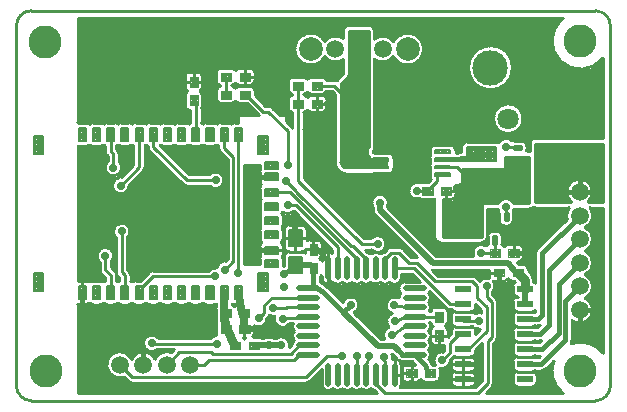
<source format=gtl>
*
*
G04 PADS 9.3.1 Build Number: 456998 generated Gerber (RS-274-X) file*
G04 PC Version=2.1*
*
%IN "air_ssi_rev2_1.pcb"*%
*
%MOIN*%
*
%FSLAX35Y35*%
*
*
*
*
G04 PC Standard Apertures*
*
*
G04 Thermal Relief Aperture macro.*
%AMTER*
1,1,$1,0,0*
1,0,$1-$2,0,0*
21,0,$3,$4,0,0,45*
21,0,$3,$4,0,0,135*
%
*
*
G04 Annular Aperture macro.*
%AMANN*
1,1,$1,0,0*
1,0,$2,0,0*
%
*
*
G04 Odd Aperture macro.*
%AMODD*
1,1,$1,0,0*
1,0,$1-0.005,0,0*
%
*
*
G04 PC Custom Aperture Macros*
*
*
*
*
*
*
G04 PC Aperture Table*
*
%ADD010C,0.001*%
%ADD011O,0.07874X0.01772*%
%ADD012O,0.01772X0.07874*%
%ADD013C,0.004*%
%ADD014C,0.006*%
%ADD015C,0.05906*%
%ADD016C,0.07874*%
%ADD017C,0.07087*%
%ADD018C,0.11811*%
%ADD019C,0.01*%
%ADD020C,0.008*%
%ADD021C,0.00787*%
%ADD022R,0.05315X0.02165*%
%ADD023C,0.11024*%
%ADD024C,0.016*%
%ADD025C,0.02*%
%ADD026C,0.03*%
%ADD027C,0.025*%
%ADD028C,0.028*%
%ADD029C,0.015*%
*
*
*
*
G04 PC Circuitry*
G04 Layer Name air_ssi_rev2_1.pcb - circuitry*
%LPD*%
*
*
G04 PC Custom Flashes*
G04 Layer Name air_ssi_rev2_1.pcb - flashes*
%LPD*%
*
*
G04 PC Circuitry*
G04 Layer Name air_ssi_rev2_1.pcb - circuitry*
%LPD*%
*
G54D10*
G54D11*
G01X232717Y115376D03*
Y118526D03*
Y121676D03*
Y124825D03*
Y127975D03*
Y131124D03*
Y134274D03*
Y137424D03*
X197283D03*
Y134274D03*
Y131124D03*
Y127975D03*
Y124825D03*
Y121676D03*
Y118526D03*
Y115376D03*
G54D12*
X226024Y144117D03*
X222874D03*
X219724D03*
X216575D03*
X213425D03*
X210276D03*
X207126D03*
X203976D03*
Y108683D03*
X207126D03*
X210276D03*
X213425D03*
X216575D03*
X219724D03*
X222874D03*
X226024D03*
G54D13*
X197700Y145900D02*
X200300D01*
Y142500*
X197700*
Y145900*
Y142800D02*
X200300D01*
X197700Y143200D02*
X200300D01*
X197700Y143600D02*
X200300D01*
X197700Y144000D02*
X200300D01*
X197700Y144400D02*
X200300D01*
X197700Y144800D02*
X200300D01*
X197700Y145200D02*
X200300D01*
X197700Y145600D02*
X200300D01*
X198000Y142500D02*
Y145900D01*
X198400Y142500D02*
Y145900D01*
X198800Y142500D02*
Y145900D01*
X199200Y142500D02*
Y145900D01*
X199600Y142500D02*
Y145900D01*
X200000Y142500D02*
Y145900D01*
X197700Y152100D02*
X200300D01*
Y148700*
X197700*
Y152100*
Y148800D02*
X200300D01*
X197700Y149200D02*
X200300D01*
X197700Y149600D02*
X200300D01*
X197700Y150000D02*
X200300D01*
X197700Y150400D02*
X200300D01*
X197700Y150800D02*
X200300D01*
X197700Y151200D02*
X200300D01*
X197700Y151600D02*
X200300D01*
X197700Y152000D02*
X200300D01*
X198000Y148700D02*
Y152100D01*
X198400Y148700D02*
Y152100D01*
X198800Y148700D02*
Y152100D01*
X199200Y148700D02*
Y152100D01*
X199600Y148700D02*
Y152100D01*
X200000Y148700D02*
Y152100D01*
X236200Y107800D02*
Y110400D01*
X239600*
Y107800*
X236200*
Y108000D02*
X239600D01*
X236200Y108400D02*
X239600D01*
X236200Y108800D02*
X239600D01*
X236200Y109200D02*
X239600D01*
X236200Y109600D02*
X239600D01*
X236200Y110000D02*
X239600D01*
X236200Y110400D02*
X239600D01*
X236400Y107800D02*
Y110400D01*
X236800Y107800D02*
Y110400D01*
X237200Y107800D02*
Y110400D01*
X237600Y107800D02*
Y110400D01*
X238000Y107800D02*
Y110400D01*
X238400Y107800D02*
Y110400D01*
X238800Y107800D02*
Y110400D01*
X239200Y107800D02*
Y110400D01*
X239600Y107800D02*
Y110400D01*
X230000Y107800D02*
Y110400D01*
X233400*
Y107800*
X230000*
Y108000D02*
X233400D01*
X230000Y108400D02*
X233400D01*
X230000Y108800D02*
X233400D01*
X230000Y109200D02*
X233400D01*
X230000Y109600D02*
X233400D01*
X230000Y110000D02*
X233400D01*
X230000Y110400D02*
X233400D01*
X230000Y107800D02*
Y110400D01*
X230400Y107800D02*
Y110400D01*
X230800Y107800D02*
Y110400D01*
X231200Y107800D02*
Y110400D01*
X231600Y107800D02*
Y110400D01*
X232000Y107800D02*
Y110400D01*
X232400Y107800D02*
Y110400D01*
X232800Y107800D02*
Y110400D01*
X233200Y107800D02*
Y110400D01*
X171400Y130500D02*
Y127900D01*
X168000*
Y130500*
X171400*
X168000Y128000D02*
X171400D01*
X168000Y128400D02*
X171400D01*
X168000Y128800D02*
X171400D01*
X168000Y129200D02*
X171400D01*
X168000Y129600D02*
X171400D01*
X168000Y130000D02*
X171400D01*
X168000Y130400D02*
X171400D01*
X168000Y127900D02*
Y130500D01*
X168400Y127900D02*
Y130500D01*
X168800Y127900D02*
Y130500D01*
X169200Y127900D02*
Y130500D01*
X169600Y127900D02*
Y130500D01*
X170000Y127900D02*
Y130500D01*
X170400Y127900D02*
Y130500D01*
X170800Y127900D02*
Y130500D01*
X171200Y127900D02*
Y130500D01*
X177600D02*
Y127900D01*
X174200*
Y130500*
X177600*
X174200Y128000D02*
X177600D01*
X174200Y128400D02*
X177600D01*
X174200Y128800D02*
X177600D01*
X174200Y129200D02*
X177600D01*
X174200Y129600D02*
X177600D01*
X174200Y130000D02*
X177600D01*
X174200Y130400D02*
X177600D01*
X174400Y127900D02*
Y130500D01*
X174800Y127900D02*
Y130500D01*
X175200Y127900D02*
Y130500D01*
X175600Y127900D02*
Y130500D01*
X176000Y127900D02*
Y130500D01*
X176400Y127900D02*
Y130500D01*
X176800Y127900D02*
Y130500D01*
X177200Y127900D02*
Y130500D01*
X177600Y127900D02*
Y130500D01*
X171500Y125100D02*
Y122500D01*
X168100*
Y125100*
X171500*
X168100Y122800D02*
X171500D01*
X168100Y123200D02*
X171500D01*
X168100Y123600D02*
X171500D01*
X168100Y124000D02*
X171500D01*
X168100Y124400D02*
X171500D01*
X168100Y124800D02*
X171500D01*
X168400Y122500D02*
Y125100D01*
X168800Y122500D02*
Y125100D01*
X169200Y122500D02*
Y125100D01*
X169600Y122500D02*
Y125100D01*
X170000Y122500D02*
Y125100D01*
X170400Y122500D02*
Y125100D01*
X170800Y122500D02*
Y125100D01*
X171200Y122500D02*
Y125100D01*
X177700D02*
Y122500D01*
X174300*
Y125100*
X177700*
X174300Y122800D02*
X177700D01*
X174300Y123200D02*
X177700D01*
X174300Y123600D02*
X177700D01*
X174300Y124000D02*
X177700D01*
X174300Y124400D02*
X177700D01*
X174300Y124800D02*
X177700D01*
X174400Y122500D02*
Y125100D01*
X174800Y122500D02*
Y125100D01*
X175200Y122500D02*
Y125100D01*
X175600Y122500D02*
Y125100D01*
X176000Y122500D02*
Y125100D01*
X176400Y122500D02*
Y125100D01*
X176800Y122500D02*
Y125100D01*
X177200Y122500D02*
Y125100D01*
X177600Y122500D02*
Y125100D01*
X242200Y126200D02*
X239600D01*
Y129600*
X242200*
Y126200*
X239600Y126400D02*
X242200D01*
X239600Y126800D02*
X242200D01*
X239600Y127200D02*
X242200D01*
X239600Y127600D02*
X242200D01*
X239600Y128000D02*
X242200D01*
X239600Y128400D02*
X242200D01*
X239600Y128800D02*
X242200D01*
X239600Y129200D02*
X242200D01*
X239600Y129600D02*
X242200D01*
X239600Y126200D02*
Y129600D01*
X240000Y126200D02*
Y129600D01*
X240400Y126200D02*
Y129600D01*
X240800Y126200D02*
Y129600D01*
X241200Y126200D02*
Y129600D01*
X241600Y126200D02*
Y129600D01*
X242000Y126200D02*
Y129600D01*
X242200Y120000D02*
X239600D01*
Y123400*
X242200*
Y120000*
X239600D02*
X242200D01*
X239600Y120400D02*
X242200D01*
X239600Y120800D02*
X242200D01*
X239600Y121200D02*
X242200D01*
X239600Y121600D02*
X242200D01*
X239600Y122000D02*
X242200D01*
X239600Y122400D02*
X242200D01*
X239600Y122800D02*
X242200D01*
X239600Y123200D02*
X242200D01*
X239600Y120000D02*
Y123400D01*
X240000Y120000D02*
Y123400D01*
X240400Y120000D02*
Y123400D01*
X240800Y120000D02*
Y123400D01*
X241200Y120000D02*
Y123400D01*
X241600Y120000D02*
Y123400D01*
X242000Y120000D02*
Y123400D01*
X198400Y203700D02*
Y206300D01*
X201800*
Y203700*
X198400*
Y204000D02*
X201800D01*
X198400Y204400D02*
X201800D01*
X198400Y204800D02*
X201800D01*
X198400Y205200D02*
X201800D01*
X198400Y205600D02*
X201800D01*
X198400Y206000D02*
X201800D01*
X198400Y203700D02*
Y206300D01*
X198800Y203700D02*
Y206300D01*
X199200Y203700D02*
Y206300D01*
X199600Y203700D02*
Y206300D01*
X200000Y203700D02*
Y206300D01*
X200400Y203700D02*
Y206300D01*
X200800Y203700D02*
Y206300D01*
X201200Y203700D02*
Y206300D01*
X201600Y203700D02*
Y206300D01*
X192200Y203700D02*
Y206300D01*
X195600*
Y203700*
X192200*
Y204000D02*
X195600D01*
X192200Y204400D02*
X195600D01*
X192200Y204800D02*
X195600D01*
X192200Y205200D02*
X195600D01*
X192200Y205600D02*
X195600D01*
X192200Y206000D02*
X195600D01*
X192400Y203700D02*
Y206300D01*
X192800Y203700D02*
Y206300D01*
X193200Y203700D02*
Y206300D01*
X193600Y203700D02*
Y206300D01*
X194000Y203700D02*
Y206300D01*
X194400Y203700D02*
Y206300D01*
X194800Y203700D02*
Y206300D01*
X195200Y203700D02*
Y206300D01*
X195600Y203700D02*
Y206300D01*
X241500Y168700D02*
Y171300D01*
X244900*
Y168700*
X241500*
Y168800D02*
X244900D01*
X241500Y169200D02*
X244900D01*
X241500Y169600D02*
X244900D01*
X241500Y170000D02*
X244900D01*
X241500Y170400D02*
X244900D01*
X241500Y170800D02*
X244900D01*
X241500Y171200D02*
X244900D01*
X241600Y168700D02*
Y171300D01*
X242000Y168700D02*
Y171300D01*
X242400Y168700D02*
Y171300D01*
X242800Y168700D02*
Y171300D01*
X243200Y168700D02*
Y171300D01*
X243600Y168700D02*
Y171300D01*
X244000Y168700D02*
Y171300D01*
X244400Y168700D02*
Y171300D01*
X244800Y168700D02*
Y171300D01*
X235300Y168700D02*
Y171300D01*
X238700*
Y168700*
X235300*
Y168800D02*
X238700D01*
X235300Y169200D02*
X238700D01*
X235300Y169600D02*
X238700D01*
X235300Y170000D02*
X238700D01*
X235300Y170400D02*
X238700D01*
X235300Y170800D02*
X238700D01*
X235300Y171200D02*
X238700D01*
X235600Y168700D02*
Y171300D01*
X236000Y168700D02*
Y171300D01*
X236400Y168700D02*
Y171300D01*
X236800Y168700D02*
Y171300D01*
X237200Y168700D02*
Y171300D01*
X237600Y168700D02*
Y171300D01*
X238000Y168700D02*
Y171300D01*
X238400Y168700D02*
Y171300D01*
X262600Y144000D02*
Y141400D01*
X259200*
Y144000*
X262600*
X259200Y141600D02*
X262600D01*
X259200Y142000D02*
X262600D01*
X259200Y142400D02*
X262600D01*
X259200Y142800D02*
X262600D01*
X259200Y143200D02*
X262600D01*
X259200Y143600D02*
X262600D01*
X259200Y144000D02*
X262600D01*
X259200Y141400D02*
Y144000D01*
X259600Y141400D02*
Y144000D01*
X260000Y141400D02*
Y144000D01*
X260400Y141400D02*
Y144000D01*
X260800Y141400D02*
Y144000D01*
X261200Y141400D02*
Y144000D01*
X261600Y141400D02*
Y144000D01*
X262000Y141400D02*
Y144000D01*
X262400Y141400D02*
Y144000D01*
X268800D02*
Y141400D01*
X265400*
Y144000*
X268800*
X265400Y141600D02*
X268800D01*
X265400Y142000D02*
X268800D01*
X265400Y142400D02*
X268800D01*
X265400Y142800D02*
X268800D01*
X265400Y143200D02*
X268800D01*
X265400Y143600D02*
X268800D01*
X265400Y144000D02*
X268800D01*
X265600Y141400D02*
Y144000D01*
X266000Y141400D02*
Y144000D01*
X266400Y141400D02*
Y144000D01*
X266800Y141400D02*
Y144000D01*
X267200Y141400D02*
Y144000D01*
X267600Y141400D02*
Y144000D01*
X268000Y141400D02*
Y144000D01*
X268400Y141400D02*
Y144000D01*
X268800Y141400D02*
Y144000D01*
X195600Y200300D02*
Y197700D01*
X192200*
Y200300*
X195600*
X192200Y198000D02*
X195600D01*
X192200Y198400D02*
X195600D01*
X192200Y198800D02*
X195600D01*
X192200Y199200D02*
X195600D01*
X192200Y199600D02*
X195600D01*
X192200Y200000D02*
X195600D01*
X192400Y197700D02*
Y200300D01*
X192800Y197700D02*
Y200300D01*
X193200Y197700D02*
Y200300D01*
X193600Y197700D02*
Y200300D01*
X194000Y197700D02*
Y200300D01*
X194400Y197700D02*
Y200300D01*
X194800Y197700D02*
Y200300D01*
X195200Y197700D02*
Y200300D01*
X195600Y197700D02*
Y200300D01*
X201800D02*
Y197700D01*
X198400*
Y200300*
X201800*
X198400Y198000D02*
X201800D01*
X198400Y198400D02*
X201800D01*
X198400Y198800D02*
X201800D01*
X198400Y199200D02*
X201800D01*
X198400Y199600D02*
X201800D01*
X198400Y200000D02*
X201800D01*
X198400Y197700D02*
Y200300D01*
X198800Y197700D02*
Y200300D01*
X199200Y197700D02*
Y200300D01*
X199600Y197700D02*
Y200300D01*
X200000Y197700D02*
Y200300D01*
X200400Y197700D02*
Y200300D01*
X200800Y197700D02*
Y200300D01*
X201200Y197700D02*
Y200300D01*
X201600Y197700D02*
Y200300D01*
X261200Y150500D02*
Y147900D01*
X257800*
Y150500*
X261200*
X257800Y148000D02*
X261200D01*
X257800Y148400D02*
X261200D01*
X257800Y148800D02*
X261200D01*
X257800Y149200D02*
X261200D01*
X257800Y149600D02*
X261200D01*
X257800Y150000D02*
X261200D01*
X257800Y150400D02*
X261200D01*
X258000Y147900D02*
Y150500D01*
X258400Y147900D02*
Y150500D01*
X258800Y147900D02*
Y150500D01*
X259200Y147900D02*
Y150500D01*
X259600Y147900D02*
Y150500D01*
X260000Y147900D02*
Y150500D01*
X260400Y147900D02*
Y150500D01*
X260800Y147900D02*
Y150500D01*
X261200Y147900D02*
Y150500D01*
X267400D02*
Y147900D01*
X264000*
Y150500*
X267400*
X264000Y148000D02*
X267400D01*
X264000Y148400D02*
X267400D01*
X264000Y148800D02*
X267400D01*
X264000Y149200D02*
X267400D01*
X264000Y149600D02*
X267400D01*
X264000Y150000D02*
X267400D01*
X264000Y150400D02*
X267400D01*
X264000Y147900D02*
Y150500D01*
X264400Y147900D02*
Y150500D01*
X264800Y147900D02*
Y150500D01*
X265200Y147900D02*
Y150500D01*
X265600Y147900D02*
Y150500D01*
X266000Y147900D02*
Y150500D01*
X266400Y147900D02*
Y150500D01*
X266800Y147900D02*
Y150500D01*
X267200Y147900D02*
Y150500D01*
X177800Y203300D02*
Y200700D01*
X174400*
Y203300*
X177800*
X174400Y200800D02*
X177800D01*
X174400Y201200D02*
X177800D01*
X174400Y201600D02*
X177800D01*
X174400Y202000D02*
X177800D01*
X174400Y202400D02*
X177800D01*
X174400Y202800D02*
X177800D01*
X174400Y203200D02*
X177800D01*
X174400Y200700D02*
Y203300D01*
X174800Y200700D02*
Y203300D01*
X175200Y200700D02*
Y203300D01*
X175600Y200700D02*
Y203300D01*
X176000Y200700D02*
Y203300D01*
X176400Y200700D02*
Y203300D01*
X176800Y200700D02*
Y203300D01*
X177200Y200700D02*
Y203300D01*
X177600Y200700D02*
Y203300D01*
X171600D02*
Y200700D01*
X168200*
Y203300*
X171600*
X168200Y200800D02*
X171600D01*
X168200Y201200D02*
X171600D01*
X168200Y201600D02*
X171600D01*
X168200Y202000D02*
X171600D01*
X168200Y202400D02*
X171600D01*
X168200Y202800D02*
X171600D01*
X168200Y203200D02*
X171600D01*
X168400Y200700D02*
Y203300D01*
X168800Y200700D02*
Y203300D01*
X169200Y200700D02*
Y203300D01*
X169600Y200700D02*
Y203300D01*
X170000Y200700D02*
Y203300D01*
X170400Y200700D02*
Y203300D01*
X170800Y200700D02*
Y203300D01*
X171200Y200700D02*
Y203300D01*
X171600Y200700D02*
Y203300D01*
Y209300D02*
Y206700D01*
X168200*
Y209300*
X171600*
X168200Y206800D02*
X171600D01*
X168200Y207200D02*
X171600D01*
X168200Y207600D02*
X171600D01*
X168200Y208000D02*
X171600D01*
X168200Y208400D02*
X171600D01*
X168200Y208800D02*
X171600D01*
X168200Y209200D02*
X171600D01*
X168400Y206700D02*
Y209300D01*
X168800Y206700D02*
Y209300D01*
X169200Y206700D02*
Y209300D01*
X169600Y206700D02*
Y209300D01*
X170000Y206700D02*
Y209300D01*
X170400Y206700D02*
Y209300D01*
X170800Y206700D02*
Y209300D01*
X171200Y206700D02*
Y209300D01*
X171600Y206700D02*
Y209300D01*
X177800D02*
Y206700D01*
X174400*
Y209300*
X177800*
X174400Y206800D02*
X177800D01*
X174400Y207200D02*
X177800D01*
X174400Y207600D02*
X177800D01*
X174400Y208000D02*
X177800D01*
X174400Y208400D02*
X177800D01*
X174400Y208800D02*
X177800D01*
X174400Y209200D02*
X177800D01*
X174400Y206700D02*
Y209300D01*
X174800Y206700D02*
Y209300D01*
X175200Y206700D02*
Y209300D01*
X175600Y206700D02*
Y209300D01*
X176000Y206700D02*
Y209300D01*
X176400Y206700D02*
Y209300D01*
X176800Y206700D02*
Y209300D01*
X177200Y206700D02*
Y209300D01*
X177600Y206700D02*
Y209300D01*
X177400Y117100D02*
Y119700D01*
X180800*
Y117100*
X177400*
Y117200D02*
X180800D01*
X177400Y117600D02*
X180800D01*
X177400Y118000D02*
X180800D01*
X177400Y118400D02*
X180800D01*
X177400Y118800D02*
X180800D01*
X177400Y119200D02*
X180800D01*
X177400Y119600D02*
X180800D01*
X177600Y117100D02*
Y119700D01*
X178000Y117100D02*
Y119700D01*
X178400Y117100D02*
Y119700D01*
X178800Y117100D02*
Y119700D01*
X179200Y117100D02*
Y119700D01*
X179600Y117100D02*
Y119700D01*
X180000Y117100D02*
Y119700D01*
X180400Y117100D02*
Y119700D01*
X180800Y117100D02*
Y119700D01*
X171200Y117100D02*
Y119700D01*
X174600*
Y117100*
X171200*
Y117200D02*
X174600D01*
X171200Y117600D02*
X174600D01*
X171200Y118000D02*
X174600D01*
X171200Y118400D02*
X174600D01*
X171200Y118800D02*
X174600D01*
X171200Y119200D02*
X174600D01*
X171200Y119600D02*
X174600D01*
X171200Y117100D02*
Y119700D01*
X171600Y117100D02*
Y119700D01*
X172000Y117100D02*
Y119700D01*
X172400Y117100D02*
Y119700D01*
X172800Y117100D02*
Y119700D01*
X173200Y117100D02*
Y119700D01*
X173600Y117100D02*
Y119700D01*
X174000Y117100D02*
Y119700D01*
X174400Y117100D02*
Y119700D01*
X157800Y201800D02*
X160400D01*
Y198400*
X157800*
Y201800*
Y198400D02*
X160400D01*
X157800Y198800D02*
X160400D01*
X157800Y199200D02*
X160400D01*
X157800Y199600D02*
X160400D01*
X157800Y200000D02*
X160400D01*
X157800Y200400D02*
X160400D01*
X157800Y200800D02*
X160400D01*
X157800Y201200D02*
X160400D01*
X157800Y201600D02*
X160400D01*
X158000Y198400D02*
Y201800D01*
X158400Y198400D02*
Y201800D01*
X158800Y198400D02*
Y201800D01*
X159200Y198400D02*
Y201800D01*
X159600Y198400D02*
Y201800D01*
X160000Y198400D02*
Y201800D01*
X160400Y198400D02*
Y201800D01*
X157800Y208000D02*
X160400D01*
Y204600*
X157800*
Y208000*
Y204800D02*
X160400D01*
X157800Y205200D02*
X160400D01*
X157800Y205600D02*
X160400D01*
X157800Y206000D02*
X160400D01*
X157800Y206400D02*
X160400D01*
X157800Y206800D02*
X160400D01*
X157800Y207200D02*
X160400D01*
X157800Y207600D02*
X160400D01*
X157800Y208000D02*
X160400D01*
X158000Y204600D02*
Y208000D01*
X158400Y204600D02*
Y208000D01*
X158800Y204600D02*
Y208000D01*
X159200Y204600D02*
Y208000D01*
X159600Y204600D02*
Y208000D01*
X160000Y204600D02*
Y208000D01*
X160400Y204600D02*
Y208000D01*
G54D14*
X190800Y147800D02*
X195200D01*
Y142400*
X190800*
Y147800*
Y142600D02*
X195200D01*
X190800Y143200D02*
X195200D01*
X190800Y143800D02*
X195200D01*
X190800Y144400D02*
X195200D01*
X190800Y145000D02*
X195200D01*
X190800Y145600D02*
X195200D01*
X190800Y146200D02*
X195200D01*
X190800Y146800D02*
X195200D01*
X190800Y147400D02*
X195200D01*
X191200Y142400D02*
Y147800D01*
X191800Y142400D02*
Y147800D01*
X192400Y142400D02*
Y147800D01*
X193000Y142400D02*
Y147800D01*
X193600Y142400D02*
Y147800D01*
X194200Y142400D02*
Y147800D01*
X194800Y142400D02*
Y147800D01*
X190800Y156800D02*
X195200D01*
Y151400*
X190800*
Y156800*
Y151600D02*
X195200D01*
X190800Y152200D02*
X195200D01*
X190800Y152800D02*
X195200D01*
X190800Y153400D02*
X195200D01*
X190800Y154000D02*
X195200D01*
X190800Y154600D02*
X195200D01*
X190800Y155200D02*
X195200D01*
X190800Y155800D02*
X195200D01*
X190800Y156400D02*
X195200D01*
X191200Y151400D02*
Y156800D01*
X191800Y151400D02*
Y156800D01*
X192400Y151400D02*
Y156800D01*
X193000Y151400D02*
Y156800D01*
X193600Y151400D02*
Y156800D01*
X194200Y151400D02*
Y156800D01*
X194800Y151400D02*
Y156800D01*
G54D15*
X222100Y217200D03*
X214226D03*
X206352D03*
X158000Y112000D03*
X150126D03*
X142252D03*
X134378D03*
X287700Y169570D03*
Y161696D03*
Y153822D03*
Y145948D03*
Y138074D03*
Y130200D03*
G54D16*
X198084Y217200D03*
X230368D03*
G54D17*
X252094Y193992D03*
X263906D03*
G54D18*
X258000Y211000D03*
G54D19*
X265750Y183740D02*
Y184740D01*
X268250*
Y183740*
X265750*
Y184000D02*
X268250D01*
X266000Y183740D02*
Y184740D01*
X267000Y183740D02*
Y184740D01*
X268000Y183740D02*
Y184740D01*
X265750Y176260D02*
Y177260D01*
X268250*
Y176260*
X265750*
Y177000D02*
X268250D01*
X266000Y176260D02*
Y177260D01*
X267000Y176260D02*
Y177260D01*
X268000Y176260D02*
Y177260D01*
X273624Y180000D02*
Y181000D01*
X276124*
Y180000*
X273624*
X276124*
X273624Y181000D02*
X276124D01*
X274000Y180000D02*
Y181000D01*
X275000Y180000D02*
Y181000D01*
X276000Y180000D02*
Y181000D01*
X259960Y152250D02*
X258960D01*
Y154750*
X259960*
Y152250*
X258960Y153000D02*
X259960D01*
X258960Y154000D02*
X259960D01*
X259000Y152250D02*
Y154750D01*
X267440Y152250D02*
X266440D01*
Y154750*
X267440*
Y152250*
X266440Y153000D02*
X267440D01*
X266440Y154000D02*
X267440D01*
X267000Y152250D02*
Y154750D01*
X263700Y160124D02*
X262700D01*
Y162624*
X263700*
Y160124*
X262700Y161000D02*
X263700D01*
X262700Y162000D02*
X263700D01*
X263000Y160124D02*
Y162624D01*
X219724Y108683D02*
Y105632D01*
X222857Y102500*
X253777*
X257100Y105800*
Y119900*
X258400Y121200*
Y132900*
X216575Y108683D02*
Y111735D01*
X217400Y114800*
X134378Y112000D02*
X138578Y107800D01*
X196400*
X203400Y114800*
X208400*
X150126Y112000D02*
X154326Y116200D01*
X164896*
X165396Y115700*
X191406*
X194232Y118526*
X197283*
X158000Y112000D02*
X162600D01*
X164300Y113700*
X192556*
X194232Y115376*
X197283*
X187900Y118500D02*
X188200D01*
X222500Y114600D02*
X222874Y111735D01*
Y108683*
X213400Y114900D02*
X213425Y111735D01*
Y108683*
X231600Y109100D02*
X231700D01*
X232530Y115563D02*
X232717Y115376D01*
X241900Y113500D02*
X244400Y116000D01*
Y119211*
X247389Y122200*
X248964*
Y117200D02*
X250539D01*
X256700Y123361*
X145100Y119100D02*
X145200Y119000D01*
X166900*
X180700Y127400D02*
X182684Y129384D01*
Y131761*
X185197Y134274*
X197283*
X188700Y127200D02*
Y127637D01*
X197283*
Y127975*
X225100Y121800D02*
X229665Y124825D01*
X232717*
X226200Y126400D02*
X229665Y127975D01*
X232717*
X240900Y121700D02*
X241000D01*
Y117700*
X232717Y127975D02*
X240900D01*
Y127900*
X248964Y127200D02*
Y126617D01*
X251121*
X254100Y126600*
X140898Y136000D02*
Y135016D01*
X141800Y135918*
Y137778*
X145422Y141400*
X166200*
X185500Y130900D02*
X190000D01*
X190224Y131124*
X197283*
X226000Y131800D02*
X229665Y131124D01*
X232717*
X256700Y138200D02*
Y134600D01*
X258400Y132900*
X129600Y148300D02*
Y143700D01*
X131449Y141851*
Y136000*
X169400Y143700D02*
X172269Y146569D01*
X203976Y144117D02*
Y141065D01*
X205500Y137600*
X216575Y144117D02*
Y147168D01*
X222874Y144117D02*
Y147168D01*
X225006Y149300*
X227500*
X230900Y145900*
X233500*
X239600Y139800*
X251801*
X253500Y138101*
Y134300*
X256700Y131100*
Y123361*
X226024Y144117D02*
X232657D01*
X244574Y132200*
X248964*
X135100Y156400D02*
Y142900D01*
X136173Y141827*
Y136000*
X254900Y149300D02*
X259500D01*
Y149200*
X259460Y153500D02*
Y149200D01*
X259500*
X265700D02*
Y152260D01*
X266940Y153500*
X190400Y165100D02*
X193089D01*
X207126Y151063*
Y144117*
X263200Y161374D02*
Y164600D01*
X134800Y171700D02*
X140898Y177798D01*
Y188756*
X190000Y173300D02*
X193330Y169970D01*
Y169667*
X211397Y151600*
X212143*
X216575Y147168*
Y144117*
X184992Y169465D02*
Y169400D01*
X191193*
X213425Y147168*
Y144117*
X233500Y170000D02*
X237000D01*
X242094Y177908D02*
X247000D01*
X249000Y175908*
Y175000*
X237000Y170000D02*
X240100Y173100D01*
Y175349*
X242094*
X267000Y176760D02*
X269200Y174560D01*
Y171600*
X131449Y188756D02*
Y183074D01*
X132300Y182223*
Y177700*
X145622Y187772D02*
Y188756D01*
Y184678*
X156800Y173500*
X166400*
X169244Y188756D02*
Y184305D01*
X172269Y181281*
Y146569*
X173969Y188756D02*
Y165014D01*
X174000Y164983*
Y142400*
X263200Y184600D02*
X266640D01*
X267000Y184240*
X159100Y200100D02*
X159795Y199405D01*
Y188756*
X169900Y202000D02*
Y208000D01*
X176100D02*
X181000D01*
X176100Y202000D02*
X176500D01*
X182200Y196300*
X184000*
X190500Y189800*
Y178600*
X200100Y199000D02*
X204000D01*
X193900D02*
Y190050D01*
X194000Y189950*
Y173300*
X215100Y152200*
X220400*
X193900Y205000D02*
Y199000D01*
X194300*
X200100Y205000D02*
X206000D01*
X208000Y203000*
X209250*
X213250Y199000*
X268849Y193992D02*
G75*
G03X268849I-4943J0D01*
G01X265356Y211000D02*
G03X265356I-7356J0D01*
G01X257500Y218339D02*
Y227500D01*
X219600*
Y220763*
X225657Y219709D02*
G03X219600Y220763I-3557J-2509D01*
G01X225657Y214691D02*
G03Y219709I4711J2509D01*
G01X219600Y213637D02*
G03X225657Y214691I2500J3563D01*
G01X219600Y213637D02*
Y208400D01*
X219300*
Y183000*
X225200*
Y182079*
X225218Y182058D02*
G03X225200Y182079I-1353J-1178D01*
G01X225900Y180600D02*
G03X225218Y182058I-1900J0D01*
G01X225900Y180600D02*
Y177500D01*
X225200Y176027D02*
G03X225900Y177500I-1200J1473D01*
G01X225200Y176027D02*
Y176000D01*
X225166*
X224000Y175600D02*
G03X225166Y176000I0J1900D01*
G01X224000Y175600D02*
X210100D01*
X208700Y175860D02*
G03X210100Y175600I1400J3640D01*
G01X208700Y175860D02*
Y168400D01*
X219758*
X222642D02*
G03X219758I-1442J-2400D01*
G01X222642D02*
X222800D01*
X228300Y162900D02*
G03X222800Y168400I-5500J0D01*
G01X228300Y162900D02*
Y159890D01*
X233590Y154600*
X239300*
Y167217*
X238700Y167100D02*
G03X239300Y167217I0J1600D01*
G01X238700Y167100D02*
X235300D01*
X234428Y167358D02*
G03X235300Y167100I872J1342D01*
G01X234428Y172642D02*
G03Y167358I-928J-2642D01*
G01X235300Y172900D02*
G03X234428Y172642I0J-1600D01*
G01X235300Y172900D02*
X237213D01*
X238131Y173818*
X237741Y174935D02*
G03X238131Y173818I1794J0D01*
G01X237741Y174935D02*
Y175762D01*
X237964Y176628D02*
G03X237741Y175762I1571J-866D01*
G01Y177494D02*
G03X237964Y176628I1794J0D01*
G01X237741Y177494D02*
Y178321D01*
X237964Y179187D02*
G03X237741Y178321I1571J-866D01*
G01Y180054D02*
G03X237964Y179187I1794J-0D01*
G01X237741Y180054D02*
Y180880D01*
X237964Y181746D02*
G03X237741Y180880I1571J-866D01*
G01Y182613D02*
G03X237964Y181746I1794J-0D01*
G01X237741Y182613D02*
Y183439D01*
X239535Y185233D02*
G03X237741Y183439I-0J-1794D01*
G01X239535Y185233D02*
X244653D01*
X246446Y183439D02*
G03X244653Y185233I-1793J0D01*
G01X246446Y183439D02*
Y182667D01*
X246700*
Y185300*
X249700Y188300D02*
G03X246700Y185300I0J-3000D01*
G01X249700Y188300D02*
X257500D01*
Y203661*
Y218339D02*
G03Y203661I500J-7339D01*
G01X295500Y166200D02*
Y185700D01*
X273000*
Y166200*
X284945*
X290455D02*
G03X284945I-2755J3370D01*
G01X290455D02*
X295500D01*
X271000Y165800D02*
Y181300D01*
X262800*
Y177200*
X248600*
Y173400*
Y173391D02*
G03Y173400I-1900J9D01*
G01Y173391D02*
Y172200D01*
X248173*
X246700Y171500D02*
G03X248173Y172200I0J1900D01*
G01X246700Y171500D02*
X246487D01*
X246500Y171300D02*
G03X246487Y171500I-1600J0D01*
G01X246500Y171300D02*
Y168700D01*
X244900Y167100D02*
G03X246500Y168700I0J1600D01*
G01X244900Y167100D02*
X242100D01*
Y154600*
X255100*
Y165800*
X260670*
X265730D02*
G03X260670I-2530J-1200D01*
G01X265730D02*
X271000D01*
X223300Y177900D02*
Y180600D01*
X217400*
Y181428*
X216954Y182613D02*
G03X217400Y181428I1793J-0D01*
G01X216954Y182613D02*
Y183439D01*
X217400Y184624D02*
G03X216954Y183439I1347J-1185D01*
G01X217400Y184624D02*
Y208400D01*
Y208409D02*
G03Y208400I1900J-9D01*
G01Y208409D02*
Y223300D01*
X210800*
Y208393*
X208100Y205693*
Y179500*
G03X208900Y177900I2000J0*
G01X223300*
X295500Y115831D02*
Y164300D01*
X291188*
X289557Y157759D02*
G03X291188Y164300I-1857J3937D01*
G01X289557Y149885D02*
G03Y157759I-1857J3937D01*
G01Y142011D02*
G03Y149885I-1857J3937D01*
G01Y134137D02*
G03Y142011I-1857J3937D01*
G01X285200Y126637D02*
G03X289557Y134137I2500J3563D01*
G01X285200Y126637D02*
Y120200D01*
X284809Y118948D02*
G03X285200Y120200I-1809J1252D01*
G01X295500Y115831D02*
G03X284809Y118948I-7500J-5831D01*
G01X256473Y102500D02*
X282169D01*
X279025Y113113D02*
G03X282169Y102500I8975J-3113D01*
G01X279025Y113113D02*
X276556Y110644D01*
X275000Y110000D02*
G03X276556Y110644I0J2200D01*
G01X275000Y110000D02*
X272937D01*
X272094Y109717D02*
G03X272937Y110000I-0J1400D01*
G01X272094Y109717D02*
X266779D01*
X265379Y111117D02*
G03X266779Y109717I1400J0D01*
G01X265379Y111117D02*
Y113283D01*
X266779Y114683D02*
G03X265379Y113283I-0J-1400D01*
G01X266779Y114683D02*
X272094D01*
X272937Y114400D02*
G03X272094Y114683I-843J-1117D01*
G01X272937Y114400D02*
X274089D01*
X274689Y115000*
X272937*
X272094Y114717D02*
G03X272937Y115000I-0J1400D01*
G01X272094Y114717D02*
X266779D01*
X265379Y116117D02*
G03X266779Y114717I1400J0D01*
G01X265379Y116117D02*
Y118283D01*
X266779Y119683D02*
G03X265379Y118283I-0J-1400D01*
G01X266779Y119683D02*
X272094D01*
X272937Y119400D02*
G03X272094Y119683I-843J-1117D01*
G01X272937Y119400D02*
X274289D01*
X274911Y120022*
X274600Y120000D02*
G03X274911Y120022I0J2200D01*
G01X274600Y120000D02*
X272937D01*
X272094Y119717D02*
G03X272937Y120000I-0J1400D01*
G01X272094Y119717D02*
X266779D01*
X265379Y121117D02*
G03X266779Y119717I1400J0D01*
G01X265379Y121117D02*
Y123283D01*
X266779Y124683D02*
G03X265379Y123283I-0J-1400D01*
G01X266779Y124683D02*
X272094D01*
X272937Y124400D02*
G03X272094Y124683I-843J-1117D01*
G01X272937Y124400D02*
X273689D01*
X274405Y125116*
X273700Y125000D02*
G03X274405Y125116I0J2200D01*
G01X273700Y125000D02*
X272937D01*
X272094Y124717D02*
G03X272937Y125000I-0J1400D01*
G01X272094Y124717D02*
X266779D01*
X265379Y126117D02*
G03X266779Y124717I1400J0D01*
G01X265379Y126117D02*
Y128283D01*
X266779Y129683D02*
G03X265379Y128283I-0J-1400D01*
G01X266779Y129683D02*
X272094D01*
X272850Y129461D02*
G03X272094Y129683I-756J-1178D01*
G01X272850Y129461D02*
X273000Y129611D01*
Y130050*
X272094Y129717D02*
G03X273000Y130050I-0J1400D01*
G01X272094Y129717D02*
X266779D01*
X265379Y131117D02*
G03X266779Y129717I1400J0D01*
G01X265379Y131117D02*
Y133283D01*
X266779Y134683D02*
G03X265379Y133283I-0J-1400D01*
G01X266779Y134683D02*
X267036D01*
Y134717*
X266779*
X265379Y136117D02*
G03X266779Y134717I1400J0D01*
G01X265379Y136117D02*
Y138283D01*
X266160Y139539D02*
G03X265379Y138283I619J-1256D01*
G01X266160Y139539D02*
X265899Y139800D01*
X265400*
X264000Y140625D02*
G03X265400Y139800I1400J775D01*
G01X262600D02*
G03X264000Y140625I0J1600D01*
G01X262600Y139800D02*
X259200D01*
X258988Y139814D02*
G03X259200Y139800I212J1586D01*
G01X258600Y136143D02*
G03X258988Y139814I-1900J2057D01*
G01X258600Y136143D02*
Y135387D01*
X259744Y134244*
X260300Y132900D02*
G03X259744Y134244I-1900J0D01*
G01X260300Y132900D02*
Y121200D01*
X259744Y119856D02*
G03X260300Y121200I-1344J1344D01*
G01X259744Y119856D02*
X259000Y119113D01*
Y105800*
X258439Y104452D02*
G03X259000Y105800I-1339J1348D01*
G01X258439Y104452D02*
X256473Y102500D01*
X295500Y187600D02*
Y214169D01*
X282169Y227500D02*
G03X295500Y214169I5831J-7500D01*
G01X282169Y227500D02*
X120500D01*
Y192686*
X120819Y192715D02*
G03X120500Y192686I-0J-1794D01*
G01X120819Y192715D02*
X123181D01*
X124362Y192271D02*
G03X123181Y192715I-1181J-1350D01*
G01X125543D02*
G03X124362Y192271I0J-1794D01*
G01X125543Y192715D02*
X127906D01*
X129087Y192271D02*
G03X127906Y192715I-1181J-1350D01*
G01X130268D02*
G03X129087Y192271I-0J-1794D01*
G01X130268Y192715D02*
X132630D01*
X133811Y192271D02*
G03X132630Y192715I-1181J-1350D01*
G01X134992D02*
G03X133811Y192271I0J-1794D01*
G01X134992Y192715D02*
X137354D01*
X138535Y192271D02*
G03X137354Y192715I-1181J-1350D01*
G01X139717D02*
G03X138535Y192271I-0J-1794D01*
G01X139717Y192715D02*
X142079D01*
X143260Y192271D02*
G03X142079Y192715I-1181J-1350D01*
G01X144441D02*
G03X143260Y192271I-0J-1794D01*
G01X144441Y192715D02*
X146803D01*
X147984Y192271D02*
G03X146803Y192715I-1181J-1350D01*
G01X149165D02*
G03X147984Y192271I0J-1794D01*
G01X149165Y192715D02*
X151528D01*
X152709Y192271D02*
G03X151528Y192715I-1181J-1350D01*
G01X153890D02*
G03X152709Y192271I-0J-1794D01*
G01X153890Y192715D02*
X156252D01*
X157433Y192271D02*
G03X156252Y192715I-1181J-1350D01*
G01X157895Y192565D02*
G03X157433Y192271I719J-1644D01*
G01X157895Y192565D02*
Y196800D01*
X157800*
X156200Y198400D02*
G03X157800Y196800I1600J0D01*
G01X156200Y198400D02*
Y201800D01*
X157025Y203200D02*
G03X156200Y201800I775J-1400D01*
G01Y204600D02*
G03X157025Y203200I1600J0D01*
G01X156200Y204600D02*
Y208000D01*
X157800Y209600D02*
G03X156200Y208000I0J-1600D01*
G01X157800Y209600D02*
X160400D01*
X162000Y208000D02*
G03X160400Y209600I-1600J0D01*
G01X162000Y208000D02*
Y204600D01*
X161175Y203200D02*
G03X162000Y204600I-775J1400D01*
G01Y201800D02*
G03X161175Y203200I-1600J0D01*
G01X162000Y201800D02*
Y198400D01*
X161695Y197461D02*
G03X162000Y198400I-1295J939D01*
G01X161695Y197461D02*
Y192565D01*
X162157Y192271D02*
G03X161695Y192565I-1181J-1350D01*
G01X163339Y192715D02*
G03X162157Y192271I-0J-1794D01*
G01X163339Y192715D02*
X165701D01*
X166882Y192271D02*
G03X165701Y192715I-1181J-1350D01*
G01X168063D02*
G03X166882Y192271I-0J-1794D01*
G01X168063Y192715D02*
X170425D01*
X171606Y192271D02*
G03X170425Y192715I-1181J-1350D01*
G01X172787D02*
G03X171606Y192271I0J-1794D01*
G01X172787Y192715D02*
X173900D01*
Y194600*
X174400Y195100D02*
G03X173900Y194600I0J-500D01*
G01X174400Y195100D02*
X180713D01*
X176713Y199100*
X174400*
X173000Y199925D02*
G03X174400Y199100I1400J775D01*
G01X171600D02*
G03X173000Y199925I0J1600D01*
G01X171600Y199100D02*
X168200D01*
X166600Y200700D02*
G03X168200Y199100I1600J0D01*
G01X166600Y200700D02*
Y203300D01*
X168000Y204887D02*
G03X166600Y203300I200J-1587D01*
G01X168000Y204887D02*
Y205113D01*
X166600Y206700D02*
G03X168000Y205113I1600J0D01*
G01X166600Y206700D02*
Y209300D01*
X168200Y210900D02*
G03X166600Y209300I0J-1600D01*
G01X168200Y210900D02*
X171600D01*
X173000Y210075D02*
G03X171600Y210900I-1400J-775D01*
G01X174400D02*
G03X173000Y210075I0J-1600D01*
G01X174400Y210900D02*
X177800D01*
X179400Y209300D02*
G03X177800Y210900I-1600J0D01*
G01X179400Y209300D02*
Y206700D01*
X177800Y205100D02*
G03X179400Y206700I0J1600D01*
G01X177800Y205100D02*
X174400D01*
X173000Y205925D02*
G03X174400Y205100I1400J775D01*
G01X171800Y205113D02*
G03X173000Y205925I-200J1587D01*
G01X171800Y205113D02*
Y204887D01*
X173000Y204075D02*
G03X171800Y204887I-1400J-775D01*
G01X174400Y204900D02*
G03X173000Y204075I0J-1600D01*
G01X174400Y204900D02*
X177800D01*
X179400Y203300D02*
G03X177800Y204900I-1600J0D01*
G01X179400Y203300D02*
Y201787D01*
X182987Y198200*
X184000*
X185344Y197644D02*
G03X184000Y198200I-1344J-1344D01*
G01X185344Y197644D02*
X187887Y195100D01*
X189400*
X189900Y194600D02*
G03X189400Y195100I-500J0D01*
G01X189900Y194600D02*
Y193087D01*
X191844Y191144*
X192000Y190966D02*
G03X191844Y191144I-1500J-1166D01*
G01X192000Y190966D02*
Y196113D01*
X190600Y197700D02*
G03X192000Y196113I1600J0D01*
G01X190600Y197700D02*
Y200300D01*
X192000Y201887D02*
G03X190600Y200300I200J-1587D01*
G01X192000Y201887D02*
Y202113D01*
X190600Y203700D02*
G03X192000Y202113I1600J0D01*
G01X190600Y203700D02*
Y206300D01*
X192200Y207900D02*
G03X190600Y206300I0J-1600D01*
G01X192200Y207900D02*
X195600D01*
X197000Y207075D02*
G03X195600Y207900I-1400J-775D01*
G01X198400D02*
G03X197000Y207075I0J-1600D01*
G01X198400Y207900D02*
X201800D01*
X203283Y206900D02*
G03X201800Y207900I-1483J-600D01*
G01X203283Y206900D02*
X206000D01*
X206566Y206814D02*
G03X206000Y206900I-566J-1814D01*
G01X206756Y207036D02*
G03X206566Y206814I1344J-1343D01*
G01X206756Y207036D02*
X208900Y209180D01*
Y213671*
X202795Y214691D02*
G03X208900Y213671I3557J2509D01*
G01X202795Y219709D02*
G03Y214691I-4711J-2509D01*
G01X208900Y220729D02*
G03X202795Y219709I-2548J-3529D01*
G01X208900Y220729D02*
Y223300D01*
X210800Y225200D02*
G03X208900Y223300I0J-1900D01*
G01X210800Y225200D02*
X217400D01*
X219300Y223300D02*
G03X217400Y225200I-1900J0D01*
G01X219300Y223300D02*
Y220533D01*
X225657Y219709D02*
G03X219300Y220533I-3557J-2509D01*
G01X225657Y214691D02*
G03Y219709I4711J2509D01*
G01X219300Y213867D02*
G03X225657Y214691I2800J3333D01*
G01X219300Y213867D02*
Y182674D01*
X223865*
X225218Y182058D02*
G03X223865Y182674I-1353J-1178D01*
G01X225900Y180600D02*
G03X225218Y182058I-1900J0D01*
G01X225900Y180600D02*
Y177500D01*
X224000Y175600D02*
G03X225900Y177500I0J1900D01*
G01X224000Y175600D02*
X210100D01*
X206200Y179500D02*
G03X210100Y175600I3900J0D01*
G01X206200Y179500D02*
Y202113D01*
X205213Y203100*
X203283*
X201800Y202100D02*
G03X203283Y203100I0J1600D01*
G01X201800Y202100D02*
X198400D01*
X197000Y202925D02*
G03X198400Y202100I1400J775D01*
G01X195800Y202113D02*
G03X197000Y202925I-200J1587D01*
G01X195800Y202113D02*
Y201887D01*
X197000Y201075D02*
G03X195800Y201887I-1400J-775D01*
G01X198400Y201900D02*
G03X197000Y201075I0J-1600D01*
G01X198400Y201900D02*
X201800D01*
X203400Y200300D02*
G03X201800Y201900I-1600J0D01*
G01X203400Y200300D02*
Y197700D01*
X201800Y196100D02*
G03X203400Y197700I0J1600D01*
G01X201800Y196100D02*
X198400D01*
X197000Y196925D02*
G03X198400Y196100I1400J775D01*
G01X195800Y196113D02*
G03X197000Y196925I-200J1587D01*
G01X195800Y196113D02*
Y190558D01*
X195900Y189950D02*
G03X195800Y190558I-1900J0D01*
G01X195900Y189950D02*
Y174087D01*
X215887Y154100*
X218343*
X220172Y149409D02*
G03X218343Y154100I228J2791D01*
G01X221299Y148825D02*
G03X220172Y149409I-1575J-1657D01*
G01X222429Y149410D02*
G03X221299Y148825I445J-2242D01*
G01X222429Y149410D02*
X223663Y150644D01*
X225006Y151200D02*
G03X223663Y150644I0J-1900D01*
G01X225006Y151200D02*
X227500D01*
X228844Y150644D02*
G03X227500Y151200I-1344J-1344D01*
G01X228844Y150644D02*
X231687Y147800D01*
X233500*
X233604Y147797D02*
G03X233500Y147800I-104J-1897D01*
G01X233604Y147797D02*
X219503Y161899D01*
X218800Y163596D02*
G03X219503Y161899I2400J-0D01*
G01X218800Y163596D02*
Y164558D01*
X223612Y164578D02*
G03X218800Y164558I-2412J1422D01*
G01X223612Y164578D02*
X239890Y148300D01*
X252285*
X256582Y151538D02*
G03X252285Y148300I-1682J-2238D01*
G01X257087Y151932D02*
G03X256583Y151538I713J-1432D01*
G01X257060Y152250D02*
G03X257087Y151932I1900J0D01*
G01X257060Y152250D02*
Y154750D01*
X258960Y156650D02*
G03X257060Y154750I-0J-1900D01*
G01X258960Y156650D02*
X259960D01*
X261860Y154750D02*
G03X259960Y156650I-1900J0D01*
G01X261860Y154750D02*
Y152250D01*
X261839Y151967D02*
G03X261860Y152250I-1879J283D01*
G01X262600Y151275D02*
G03X261839Y151967I-1400J-775D01*
G01X264000Y152100D02*
G03X262600Y151275I0J-1600D01*
G01X264000Y152100D02*
X267400D01*
X269000Y150500D02*
G03X267400Y152100I-1600J0D01*
G01X269000Y150500D02*
Y147900D01*
X267400Y146300D02*
G03X269000Y147900I0J1600D01*
G01X267400Y146300D02*
X266755D01*
X267332Y145600*
X268800*
X270400Y144000D02*
G03X268800Y145600I-1600J0D01*
G01X270400Y144000D02*
Y143501D01*
X271487Y142414*
X272336Y140364D02*
G03X271487Y142414I-2900J-0D01*
G01X272336Y140364D02*
Y139662D01*
X273000Y139350D02*
G03X272336Y139662I-906J-1067D01*
G01X273000Y139350D02*
Y149196D01*
X273644Y150752D02*
G03X273000Y149196I1556J-1556D01*
G01X273644Y150752D02*
X283489Y160596D01*
X284212Y164300D02*
G03X283489Y160596I3488J-2604D01*
G01X284212Y164300D02*
X273000D01*
X272314Y164428D02*
G03X273000Y164300I686J1772D01*
G01X271000Y163900D02*
G03X272314Y164428I0J1900D01*
G01X271000Y163900D02*
X265911D01*
X265546Y163072D02*
G03X265911Y163900I-2346J1528D01*
G01X265600Y162624D02*
G03X265546Y163072I-1900J0D01*
G01X265600Y162624D02*
Y160124D01*
X263700Y158224D02*
G03X265600Y160124I0J1900D01*
G01X263700Y158224D02*
X262700D01*
X260800Y160124D02*
G03X262700Y158224I1900J0D01*
G01X260800Y160124D02*
Y162624D01*
X260854Y163072D02*
G03X260800Y162624I1846J-448D01*
G01X260489Y163900D02*
G03X260854Y163072I2711J700D01*
G01X260489Y163900D02*
X257000D01*
Y154600*
X255100Y152700D02*
G03X257000Y154600I0J1900D01*
G01X255100Y152700D02*
X241200D01*
X239300Y154600D02*
G03X241200Y152700I1900J0D01*
G01X239300Y154600D02*
Y167217D01*
X238700Y167100D02*
G03X239300Y167217I0J1600D01*
G01X238700Y167100D02*
X235300D01*
X234428Y167358D02*
G03X235300Y167100I872J1342D01*
G01X234428Y172642D02*
G03Y167358I-928J-2642D01*
G01X235300Y172900D02*
G03X234428Y172642I0J-1600D01*
G01X235300Y172900D02*
X237213D01*
X238131Y173818*
X237741Y174935D02*
G03X238131Y173818I1794J0D01*
G01X237741Y174935D02*
Y175762D01*
X237964Y176628D02*
G03X237741Y175762I1571J-866D01*
G01Y177494D02*
G03X237964Y176628I1794J0D01*
G01X237741Y177494D02*
Y178321D01*
X237964Y179187D02*
G03X237741Y178321I1571J-866D01*
G01Y180054D02*
G03X237964Y179187I1794J-0D01*
G01X237741Y180054D02*
Y180880D01*
X237964Y181746D02*
G03X237741Y180880I1571J-866D01*
G01Y182613D02*
G03X237964Y181746I1794J-0D01*
G01X237741Y182613D02*
Y183439D01*
X239535Y185233D02*
G03X237741Y183439I-0J-1794D01*
G01X239535Y185233D02*
X244653D01*
X246446Y183439D02*
G03X244653Y185233I-1793J0D01*
G01X246446Y183439D02*
Y182667D01*
X247341*
X248285Y182867D02*
G03X247341Y182667I15J-2400D01*
G01X248285Y182867D02*
Y184480D01*
X250079Y186274D02*
G03X248285Y184480I-0J-1794D01*
G01X250079Y186274D02*
X259921D01*
X260801Y186044D02*
G03X259921Y186274I-880J-1564D01*
G01X265201Y186559D02*
G03X260801Y186044I-2001J-1959D01*
G01X265750Y186640D02*
G03X265201Y186559I0J-1900D01*
G01X265750Y186640D02*
X268250D01*
X270150Y184740D02*
G03X268250Y186640I-1900J0D01*
G01X270150Y184740D02*
Y183740D01*
X270072Y183200D02*
G03X270150Y183740I-1822J540D01*
G01X270072Y183200D02*
X271000D01*
X271100Y183197D02*
G03X271000Y183200I-100J-1897D01*
G01X271100Y183197D02*
Y185700D01*
X273000Y187600D02*
G03X271100Y185700I0J-1900D01*
G01X273000Y187600D02*
X295500D01*
X134273Y139809D02*
Y141040D01*
X133756Y141556*
X133288Y142330D02*
G03X133756Y141556I1812J570D01*
G01X133349Y141851D02*
G03X133288Y142330I-1900J0D01*
G01X133349Y141851D02*
Y139809D01*
X133811Y139515D02*
G03X133349Y139809I-1181J-1350D01*
G01X134273D02*
G03X133811Y139515I719J-1644D01*
G01X176342Y120900D02*
G03X176000Y120475I1058J-1200D01*
G01X176342Y120900D02*
X175658D01*
X176000Y120475D02*
G03X175658Y120900I-1400J-775D01*
G01X181678Y172024D02*
G03X181033Y170646I1149J-1378D01*
G01Y173402D02*
G03X181678Y172024I1794J-0D01*
G01X181033Y173402D02*
Y175764D01*
X181215Y176551D02*
G03X181033Y175764I1612J-787D01*
G01Y177339D02*
G03X181215Y176551I1794J-0D01*
G01X181033Y177339D02*
Y178700D01*
X175869*
Y165327*
X175900Y164983D02*
G03X175869Y165327I-1900J-0D01*
G01X175900Y164983D02*
Y145590D01*
X176000Y145600D02*
G03X175900Y145590I0J-500D01*
G01X176000Y145600D02*
X181033D01*
Y147024*
X181327Y148008D02*
G03X181033Y147024I1500J-984D01*
G01Y148992D02*
G03X181327Y148008I1794J0D01*
G01X181033Y148992D02*
Y151354D01*
X181678Y152732D02*
G03X181033Y151354I1149J-1378D01*
G01Y154110D02*
G03X181678Y152732I1794J0D01*
G01X181033Y154110D02*
Y156472D01*
X181477Y157654D02*
G03X181033Y156472I1350J-1182D01*
G01Y158835D02*
G03X181477Y157654I1794J-0D01*
G01X181033Y158835D02*
Y161197D01*
X181477Y162378D02*
G03X181033Y161197I1350J-1181D01*
G01Y163559D02*
G03X181477Y162378I1794J0D01*
G01X181033Y163559D02*
Y165921D01*
X181477Y167102D02*
G03X181033Y165921I1350J-1181D01*
G01Y168283D02*
G03X181477Y167102I1794J0D01*
G01X181033Y168283D02*
Y170646D01*
X173769Y132041D02*
G03X172800Y131275I431J-1541D01*
G01X173769Y132041D02*
X172787D01*
X171894Y132279D02*
G03X172787Y132041I893J1556D01*
G01X171894Y132279D02*
Y132022D01*
X172800Y131275D02*
G03X171894Y132022I-1400J-775D01*
G01X170368Y147356D02*
Y180494D01*
X167901Y182961*
X167344Y184305D02*
G03X167901Y182961I1900J0D01*
G01X167344Y184305D02*
Y184947D01*
X166882Y185241D02*
G03X167344Y184947I1181J1350D01*
G01X165701Y184797D02*
G03X166882Y185241I-0J1794D01*
G01X165701Y184797D02*
X163339D01*
X162157Y185241D02*
G03X163339Y184797I1182J1350D01*
G01X160976D02*
G03X162157Y185241I0J1794D01*
G01X160976Y184797D02*
X158614D01*
X157433Y185241D02*
G03X158614Y184797I1181J1350D01*
G01X156252D02*
G03X157433Y185241I-0J1794D01*
G01X156252Y184797D02*
X153890D01*
X152709Y185241D02*
G03X153890Y184797I1181J1350D01*
G01X151528D02*
G03X152709Y185241I-0J1794D01*
G01X151528Y184797D02*
X149165D01*
X147984Y185241D02*
G03X149165Y184797I1181J1350D01*
G01X147852Y185135D02*
G03X147984Y185241I-1049J1456D01*
G01X147852Y185135D02*
X157587Y175400D01*
X164343*
Y171600D02*
G03Y175400I2057J1900D01*
G01Y171600D02*
X156800D01*
X155456Y172156D02*
G03X156800Y171600I1344J1344D01*
G01X155456Y172156D02*
X144279Y183334D01*
X143722Y184678D02*
G03X144279Y183334I1900J-0D01*
G01X143722Y184678D02*
Y184947D01*
X143260Y185241D02*
G03X143722Y184947I1181J1350D01*
G01X142798D02*
G03X143260Y185241I-719J1644D01*
G01X142798Y184947D02*
Y177798D01*
X142241Y176454D02*
G03X142798Y177798I-1343J1344D01*
G01X142241Y176454D02*
X137598Y171811D01*
X134911Y174498D02*
G03X137598Y171811I-111J-2798D01*
G01X134911Y174498D02*
X138998Y178585D01*
Y184947*
X138535Y185241D02*
G03X138998Y184947I1182J1350D01*
G01X137354Y184797D02*
G03X138535Y185241I0J1794D01*
G01X137354Y184797D02*
X134992D01*
X133811Y185241D02*
G03X134992Y184797I1181J1350D01*
G01X133349Y184947D02*
G03X133811Y185241I-719J1644D01*
G01X133349Y184947D02*
Y183861D01*
X133644Y183566*
X134200Y182223D02*
G03X133644Y183566I-1900J-0D01*
G01X134200Y182223D02*
Y179757D01*
X130400D02*
G03X134200I1900J-2057D01*
G01X130400D02*
Y181436D01*
X130105Y181730*
X129549Y183074D02*
G03X130105Y181731I1900J0D01*
G01X129549Y183074D02*
Y184947D01*
X129087Y185241D02*
G03X129549Y184947I1181J1350D01*
G01X127906Y184797D02*
G03X129087Y185241I-0J1794D01*
G01X127906Y184797D02*
X125543D01*
X124362Y185241D02*
G03X125543Y184797I1181J1350D01*
G01X123181D02*
G03X124362Y185241I0J1794D01*
G01X123181Y184797D02*
X120819D01*
X120500Y184825D02*
G03X120819Y184797I319J1766D01*
G01X120500Y184825D02*
Y139931D01*
X120819Y139959D02*
G03X120500Y139930I-0J-1794D01*
G01X120819Y139959D02*
X123181D01*
X124362Y139515D02*
G03X123181Y139959I-1181J-1350D01*
G01X125543D02*
G03X124362Y139515I0J-1794D01*
G01X125543Y139959D02*
X127906D01*
X129087Y139515D02*
G03X127906Y139959I-1181J-1350D01*
G01X129549Y139809D02*
G03X129087Y139515I719J-1644D01*
G01X129549Y139809D02*
Y141064D01*
X128256Y142356*
X127700Y143700D02*
G03X128256Y142356I1900J0D01*
G01X127700Y143700D02*
Y146243D01*
X131500D02*
G03X127700I-1900J2057D01*
G01X131500D02*
Y144487D01*
X132792Y143195*
X133261Y142422D02*
G03X132792Y143195I-1812J-571D01*
G01X133200Y142900D02*
G03X133261Y142422I1900J0D01*
G01X133200Y142900D02*
Y154343D01*
X137000D02*
G03X133200I-1900J2057D01*
G01X137000D02*
Y143687D01*
X137517Y143170*
X138073Y141827D02*
G03X137517Y143170I-1900J-0D01*
G01X138073Y141827D02*
Y139809D01*
X138535Y139515D02*
G03X138073Y139809I-1181J-1350D01*
G01X139717Y139959D02*
G03X138535Y139515I-0J-1794D01*
G01X139717Y139959D02*
X141294D01*
X144078Y142744*
X145422Y143300D02*
G03X144078Y142744I-0J-1900D01*
G01X145422Y143300D02*
X164143D01*
X166639Y144165D02*
G03X164143Y143300I-439J-2765D01*
G01X169511Y146498D02*
G03X166639Y144165I-111J-2798D01*
G01X169511Y146498D02*
X170368Y147356D01*
X192575Y123250D02*
G03Y120101I1657J-1574D01*
G01X192136Y125737D02*
G03X192575Y123250I2096J-912D01*
G01X192136Y125737D02*
X191088D01*
X186069Y128158D02*
G03X191088Y125737I2631J-958D01*
G01X184293Y128373D02*
G03X186069Y128158I1207J2527D01*
G01X184027Y128040D02*
G03X184293Y128373I-1343J1344D01*
G01X184027Y128040D02*
X183498Y127511D01*
X179300Y124975D02*
G03X183498Y127511I1400J2425D01*
G01X179300Y124975D02*
Y122500D01*
X178758Y121300D02*
G03X179300Y122500I-1058J1200D01*
G01X178758Y121300D02*
X180800D01*
X181962Y120800D02*
G03X180800Y121300I-1162J-1100D01*
G01X181962Y120800D02*
X182503D01*
X185542Y120900D02*
G03X182503Y120800I-1442J-2400D01*
G01X185542Y120900D02*
X186758D01*
X190939Y117920D02*
G03X186758Y120900I-2739J580D01*
G01X190939Y117920D02*
X191990Y118971D01*
X192575Y120101D02*
G03X191990Y118971I1657J-1575D01*
G01X219884Y149448D02*
G03X218150Y148825I-160J-2280D01*
G01X218343Y150300D02*
G03X219884Y149448I2057J1900D01*
G01X218343Y150300D02*
X216130D01*
X217020Y149410*
X218150Y148825D02*
G03X217020Y149410I-1575J-1657D01*
G01X205226Y149082D02*
Y150276D01*
X192381Y163121*
X188788Y162811D02*
G03X192381Y163121I1612J2289D01*
G01X188507Y162378D02*
G03X188788Y162811I-1350J1181D01*
G01X188951Y161197D02*
G03X188507Y162378I-1794J-0D01*
G01X188951Y161197D02*
Y158835D01*
X188507Y157654D02*
G03X188951Y158835I-1350J1181D01*
G01Y156472D02*
G03X188507Y157654I-1794J0D01*
G01X188951Y156472D02*
Y154110D01*
X188306Y152732D02*
G03X188951Y154110I-1149J1378D01*
G01Y151354D02*
G03X188306Y152732I-1794J0D01*
G01X188951Y151354D02*
Y148992D01*
X188657Y148008D02*
G03X188951Y148992I-1500J984D01*
G01Y147024D02*
G03X188657Y148008I-1794J-0D01*
G01X188951Y147024D02*
Y144878D01*
X189100Y144893D02*
G03X188951Y144878I200J-2793D01*
G01X189100Y144893D02*
Y147800D01*
X190800Y149500D02*
G03X189100Y147800I0J-1700D01*
G01X190800Y149500D02*
X195200D01*
X196100Y149242D02*
G03X195200Y149500I-900J-1442D01*
G01X196100Y149242D02*
Y149958D01*
X195200Y149700D02*
G03X196100Y149958I0J1700D01*
G01X195200Y149700D02*
X190800D01*
X189100Y151400D02*
G03X190800Y149700I1700J0D01*
G01X189100Y151400D02*
Y156800D01*
X190800Y158500D02*
G03X189100Y156800I0J-1700D01*
G01X190800Y158500D02*
X195200D01*
X196900Y156800D02*
G03X195200Y158500I-1700J0D01*
G01X196900Y156800D02*
Y153486D01*
X197700Y153700D02*
G03X196900Y153486I0J-1600D01*
G01X197700Y153700D02*
X200300D01*
X201900Y152100D02*
G03X200300Y153700I-1600J0D01*
G01X201900Y152100D02*
Y148700D01*
X201075Y147300D02*
G03X201900Y148700I-775J1400D01*
G01X201691Y146692D02*
G03X201075Y147300I-1391J-792D01*
G01X201691Y146692D02*
Y147168D01*
X205226Y149082D02*
G03X201691Y147168I-1250J-1914D01*
G01X242500Y116787D02*
Y118428D01*
X242200Y118400D02*
G03X242500Y118428I0J1600D01*
G01X242200Y118400D02*
X239600D01*
X238000Y120000D02*
G03X239600Y118400I1600J0D01*
G01X238000Y120000D02*
Y121184D01*
X237425Y120101D02*
G03X238000Y121184I-1657J1575D01*
G01X237425Y116951D02*
G03Y120101I-1657J1575D01*
G01X237414Y113790D02*
G03X237425Y116951I-1646J1586D01*
G01X237414Y113790D02*
X237649Y113556D01*
X238187Y112673D02*
G03X237649Y113556I-2094J-673D01*
G01X238187Y112673D02*
X238404Y112000D01*
X239536*
X242011Y116298D02*
G03X239536Y112000I-111J-2798D01*
G01X242011Y116298D02*
X242500Y116787D01*
X238825Y124800D02*
G03X238000Y123400I775J-1400D01*
G01X238005Y126075D02*
G03X238825Y124800I1595J125D01*
G01X238005Y126075D02*
X237682D01*
X237425Y123250D02*
G03X237682Y126075I-1657J1575D01*
G01X238000Y122168D02*
G03X237425Y123250I-2232J-492D01*
G01X238000Y122168D02*
Y123400D01*
X255200Y106591D02*
Y119174D01*
X253021Y116996*
Y116117*
X251621Y114717D02*
G03X253021Y116117I0J1400D01*
G01X251621Y114717D02*
X246306D01*
X245864Y114789D02*
G03X246306Y114717I442J1328D01*
G01X245744Y114656D02*
G03X245864Y114789I-1344J1344D01*
G01X245744Y114656D02*
X245544Y114457D01*
X246306Y114683D02*
G03X245544Y114457I0J-1400D01*
G01X246306Y114683D02*
X251621D01*
X253021Y113283D02*
G03X251621Y114683I-1400J-0D01*
G01X253021Y113283D02*
Y111117D01*
X251621Y109717D02*
G03X253021Y111117I0J1400D01*
G01X251621Y109717D02*
X246306D01*
X244906Y111117D02*
G03X246306Y109717I1400J0D01*
G01X244906Y111117D02*
Y113283D01*
X245132Y114045D02*
G03X244906Y113283I1174J-762D01*
G01X245132Y114045D02*
X244698Y113611D01*
X241149Y110803D02*
G03X244698Y113611I751J2697D01*
G01X241200Y110400D02*
G03X241149Y110803I-1600J0D01*
G01X241200Y110400D02*
Y107800D01*
X239600Y106200D02*
G03X241200Y107800I0J1600D01*
G01X239600Y106200D02*
X236200D01*
X234800Y107025D02*
G03X236200Y106200I1400J775D01*
G01X233400D02*
G03X234800Y107025I0J1600D01*
G01X233400Y106200D02*
X230000D01*
X228400Y107800D02*
G03X230000Y106200I1600J0D01*
G01X228400Y107800D02*
Y110400D01*
X230000Y112000D02*
G03X228400Y110400I0J-1600D01*
G01X230000Y112000D02*
X232982D01*
X231891Y113091*
X229665*
X229045Y113176D02*
G03X229665Y113091I620J2200D01*
G01X229045Y113176D02*
X228500D01*
X227639Y113352D02*
G03X228500Y113176I861J2024D01*
G01X228309Y111735D02*
G03X227639Y113352I-2285J-0D01*
G01X228309Y111735D02*
Y105632D01*
X227949Y104400D02*
G03X228309Y105632I-1925J1232D01*
G01X227949Y104400D02*
X252994D01*
X255200Y106591*
X253021Y122370D02*
X254477Y123825D01*
X252700Y124175D02*
G03X254477Y123825I1400J2425D01*
G01X253021Y123283D02*
G03X252700Y124175I-1400J-0D01*
G01X253021Y123283D02*
Y122370D01*
X254800Y129311D02*
Y130313D01*
X253021Y132092*
Y131117*
X251621Y129717D02*
G03X253021Y131117I0J1400D01*
G01X251621Y129717D02*
X246306D01*
X245170Y130300D02*
G03X246306Y129717I1136J817D01*
G01X245170Y130300D02*
X244574D01*
X243230Y130856D02*
G03X244574Y130300I1344J1344D01*
G01X243230Y130856D02*
X237768Y136318D01*
X237425Y135849D02*
G03X237768Y136318I-1657J1575D01*
G01X237425Y132699D02*
G03Y135849I-1657J1575D01*
G01X237682Y129875D02*
G03X237425Y132699I-1914J1249D01*
G01X237682Y129875D02*
X238024D01*
X239600Y131200D02*
G03X238024Y129875I0J-1600D01*
G01X239600Y131200D02*
X242200D01*
X243800Y129600D02*
G03X242200Y131200I-1600J0D01*
G01X243800Y129600D02*
Y126200D01*
X242975Y124800D02*
G03X243800Y126200I-775J1400D01*
G01Y123400D02*
G03X242975Y124800I-1600J0D01*
G01X243800Y123400D02*
Y121298D01*
X244906Y122404*
Y123283*
X246306Y124683D02*
G03X244906Y123283I0J-1400D01*
G01X246306Y124683D02*
X251621D01*
X252171Y124570D02*
G03X251621Y124683I-550J-1287D01*
G01X252032Y124712D02*
G03X252171Y124570I2068J1888D01*
G01X252032Y124712D02*
X251116Y124717D01*
X248964*
X246306*
X244906Y126117D02*
G03X246306Y124717I1400J0D01*
G01X244906Y126117D02*
Y128283D01*
X246306Y129683D02*
G03X244906Y128283I0J-1400D01*
G01X246306Y129683D02*
X251621D01*
X252780Y129069D02*
G03X251621Y129683I-1159J-786D01*
G01X254800Y129311D02*
G03X252780Y129069I-700J-2711D01*
G01X257713Y140811D02*
G03X254438Y139850I-1013J-2611D01*
G01X257600Y141400D02*
G03X257713Y140811I1600J0D01*
G01X257600Y141400D02*
Y143500D01*
X238896*
X238564Y143523D02*
G03X238896Y143500I332J2377D01*
G01X238564Y143523D02*
X240387Y141700D01*
X251801*
X253145Y141144D02*
G03X251801Y141700I-1344J-1344D01*
G01X253145Y141144D02*
X254438Y139850D01*
X226934Y113832D02*
G03X225203Y113868I-910J-2097D01*
G01X226544Y114370D02*
G03X226934Y113832I1956J1006D01*
G01X225733Y114903D02*
G03X226544Y114370I1697J1697D01*
G01X225733Y114903D02*
X225159Y115477D01*
X225203Y113868D02*
G03X225159Y115477I-2703J732D01*
G01X120500Y102500D02*
X220170D01*
X219280Y103390*
X218150Y103975D02*
G03X219280Y103390I1574J1657D01*
G01X215000Y103975D02*
G03X218150I1575J1657D01*
G01X211850D02*
G03X215000I1575J1657D01*
G01X208701D02*
G03X211850I1575J1657D01*
G01X205551D02*
G03X208701I1575J1657D01*
G01X201691Y105632D02*
G03X205551Y103975I2285J0D01*
G01X201691Y105632D02*
Y110403D01*
X197744Y106456*
X196400Y105900D02*
G03X197744Y106456I0J1900D01*
G01X196400Y105900D02*
X138578D01*
X137234Y106456D02*
G03X138578Y105900I1344J1344D01*
G01X137234Y106456D02*
X135804Y107887D01*
X138315Y113857D02*
G03X135804Y107887I-3937J-1857D01*
G01X146189Y113857D02*
G03X138315I-3937J-1857D01*
G01X151552Y116113D02*
G03X146189Y113857I-1426J-4113D01*
G01X151552Y116113D02*
X152539Y117100D01*
X147060*
X147245Y120900D02*
G03X147060Y117100I-2145J-1800D01*
G01X147245Y120900D02*
X164843D01*
X166666Y121790D02*
G03X164843Y120900I234J-2790D01*
G01X166500Y122500D02*
G03X166666Y121790I1600J0D01*
G01X166500Y122500D02*
Y123773D01*
X166429Y127596*
X166400Y127900D02*
G03X166429Y127596I1600J0D01*
G01X166400Y127900D02*
Y130500D01*
X166594Y131264D02*
G03X166400Y130500I1406J-764D01*
G01X166594Y131264D02*
Y132279D01*
X165701Y132041D02*
G03X166594Y132279I-0J1794D01*
G01X165701Y132041D02*
X163339D01*
X162157Y132485D02*
G03X163339Y132041I1182J1350D01*
G01X160976D02*
G03X162157Y132485I0J1794D01*
G01X160976Y132041D02*
X158614D01*
X157433Y132485D02*
G03X158614Y132041I1181J1350D01*
G01X156252D02*
G03X157433Y132485I-0J1794D01*
G01X156252Y132041D02*
X153890D01*
X152709Y132485D02*
G03X153890Y132041I1181J1350D01*
G01X151528D02*
G03X152709Y132485I-0J1794D01*
G01X151528Y132041D02*
X149165D01*
X147984Y132485D02*
G03X149165Y132041I1181J1350D01*
G01X146803D02*
G03X147984Y132485I0J1794D01*
G01X146803Y132041D02*
X144441D01*
X143260Y132485D02*
G03X144441Y132041I1181J1350D01*
G01X142079D02*
G03X143260Y132485I-0J1794D01*
G01X142079Y132041D02*
X139717D01*
X138535Y132485D02*
G03X139717Y132041I1182J1350D01*
G01X137354D02*
G03X138535Y132485I0J1794D01*
G01X137354Y132041D02*
X134992D01*
X133811Y132485D02*
G03X134992Y132041I1181J1350D01*
G01X132630D02*
G03X133811Y132485I-0J1794D01*
G01X132630Y132041D02*
X130268D01*
X129087Y132485D02*
G03X130268Y132041I1181J1350D01*
G01X127906D02*
G03X129087Y132485I-0J1794D01*
G01X127906Y132041D02*
X125543D01*
X124362Y132485D02*
G03X125543Y132041I1181J1350D01*
G01X123181D02*
G03X124362Y132485I0J1794D01*
G01X123181Y132041D02*
X120819D01*
X120500Y132070D02*
G03X120819Y132041I319J1765D01*
G01X120500Y132069D02*
Y102500D01*
X229665Y139709D02*
X234377D01*
X231870Y142217*
X228309*
Y141065*
X224449Y139409D02*
G03X228309Y141065I1575J1656D01*
G01X221299Y139409D02*
G03X224449I1575J1656D01*
G01X218150D02*
G03X221299I1574J1656D01*
G01X215000D02*
G03X218150I1575J1656D01*
G01X211850D02*
G03X215000I1575J1656D01*
G01X208701D02*
G03X211850I1575J1656D01*
G01X205551D02*
G03X208701I1575J1656D01*
G01X201691Y141065D02*
G03X205551Y139409I2285J0D01*
G01X201691Y141065D02*
Y141708D01*
X201200Y141177D02*
G03X201691Y141708I-900J1323D01*
G01X201200Y141177D02*
Y139539D01*
X202029Y138958D02*
G03X201200Y139539I-1694J-1534D01*
G01X202029Y138958D02*
X203490Y138042D01*
X203877Y137734D02*
G03X203490Y138042I-1555J-1556D01*
G01X203877Y137734D02*
X208765Y132846D01*
X212548Y129346D02*
G03X208765Y132846I-1148J2554D01*
G01X212548Y129346D02*
X221394Y120500D01*
X222620*
X224192Y124449D02*
G03X222620Y120500I908J-2649D01*
G01X225366Y129073D02*
G03X224192Y124449I834J-2673D01*
G01X227380Y134236D02*
G03X225366Y129073I-1380J-2436D01*
G01X228009Y135849D02*
G03X227380Y134236I1656J-1575D01*
G01X229665Y139709D02*
G03X228009Y135849I0J-2285D01*
G01X273494Y108283D02*
Y106117D01*
X272094Y104717D02*
G03X273494Y106117I-0J1400D01*
G01X272094Y104717D02*
X266779D01*
X265379Y106117D02*
G03X266779Y104717I1400J0D01*
G01X265379Y106117D02*
Y108283D01*
X266779Y109683D02*
G03X265379Y108283I-0J-1400D01*
G01X266779Y109683D02*
X272094D01*
X273494Y108283D02*
G03X272094Y109683I-1400J-0D01*
G01X268849Y193992D02*
G03X268849I-4943J0D01*
G01X265356Y211000D02*
G03X265356I-7356J0D01*
G01X253021Y108283D02*
Y106117D01*
X251621Y104717D02*
G03X253021Y106117I0J1400D01*
G01X251621Y104717D02*
X246306D01*
X244906Y106117D02*
G03X246306Y104717I1400J0D01*
G01X244906Y106117D02*
Y108283D01*
X246306Y109683D02*
G03X244906Y108283I0J-1400D01*
G01X246306Y109683D02*
X251621D01*
X253021Y108283D02*
G03X251621Y109683I-1400J-0D01*
G01X219600Y227499D02*
X257500D01*
X219600Y226599D02*
X257500D01*
X219600Y225699D02*
X257500D01*
X219600Y224799D02*
X257500D01*
X219600Y223899D02*
X257500D01*
X219600Y222999D02*
X257500D01*
X232486Y222099D02*
X257500D01*
X233902Y221199D02*
X257500D01*
X234713Y220299D02*
X257500D01*
X235231Y219399D02*
X257500D01*
X235544Y218499D02*
X257500D01*
X219300Y203199D02*
X257500D01*
X219300Y202299D02*
X257500D01*
X219300Y201399D02*
X257500D01*
X219300Y200499D02*
X257500D01*
X219300Y199599D02*
X257500D01*
X219300Y198699D02*
X257500D01*
X219300Y197799D02*
X257500D01*
X219300Y196899D02*
X257500D01*
X219300Y195999D02*
X257500D01*
X219300Y195099D02*
X257500D01*
X219300Y194199D02*
X257500D01*
X219300Y193299D02*
X257500D01*
X219300Y192399D02*
X257500D01*
X219300Y191499D02*
X257500D01*
X219300Y190599D02*
X257500D01*
X219300Y189699D02*
X257500D01*
X219300Y188799D02*
X257500D01*
X219300Y204099D02*
X255455D01*
X235690Y217599D02*
X254750D01*
X219300Y204999D02*
X253747D01*
X235681Y216699D02*
X253349D01*
X219300Y205899D02*
X252701D01*
X235517Y215799D02*
X252425D01*
X219300Y206799D02*
X251962D01*
X235183Y214899D02*
X251763D01*
X219300Y207699D02*
X251427D01*
X234638Y213999D02*
X251283D01*
X219600Y208599D02*
X251047D01*
X233783Y213099D02*
X250950D01*
X219600Y209499D02*
X250799D01*
X232231Y212199D02*
X250743D01*
X219600Y210399D02*
X250669D01*
X219600Y211299D02*
X250651D01*
X219300Y187899D02*
X248201D01*
X219300Y186999D02*
X247227D01*
X219300Y186099D02*
X246808D01*
X245002Y185199D02*
X246700D01*
X246227Y184299D02*
X246700D01*
X246446Y183399D02*
X246700D01*
X239253Y167199D02*
X239300D01*
X227124Y166299D02*
X239300D01*
X227700Y165399D02*
X239300D01*
X228063Y164499D02*
X239300D01*
X228255Y163599D02*
X239300D01*
X228300Y162699D02*
X239300D01*
X228300Y161799D02*
X239300D01*
X228300Y160899D02*
X239300D01*
X228300Y159999D02*
X239300D01*
X229091Y159099D02*
X239300D01*
X229991Y158199D02*
X239300D01*
X230891Y157299D02*
X239300D01*
X231791Y156399D02*
X239300D01*
X232691Y155499D02*
X239300D01*
X219300Y185199D02*
X239185D01*
X219300Y184299D02*
X237960D01*
X225616Y181599D02*
X237891D01*
X225900Y178899D02*
X237836D01*
X208700Y174399D02*
X237823D01*
X208700Y173499D02*
X237812D01*
X225384Y176199D02*
X237795D01*
X225857Y177099D02*
X237785D01*
X225900Y179799D02*
X237759D01*
X225200Y182499D02*
X237745D01*
X219300Y183399D02*
X237741D01*
X225897Y180699D02*
X237741D01*
X225900Y177999D02*
X237741D01*
X208700Y175299D02*
X237741D01*
X226231Y167199D02*
X234747D01*
X208700Y172599D02*
X232457D01*
X224595Y168099D02*
X231444D01*
X208700Y171699D02*
X231274D01*
X208700Y168999D02*
X230885D01*
X208700Y170799D02*
X230816D01*
X208700Y169899D02*
X230702D01*
X219600Y212199D02*
X228505D01*
X219600Y222099D02*
X228250D01*
X223558Y213099D02*
X226953D01*
X223820Y221199D02*
X226833D01*
X225049Y213999D02*
X226097D01*
X225157Y220299D02*
X226022D01*
X219600Y213099D02*
X220642D01*
X219600Y221199D02*
X220380D01*
X273000Y185099D02*
X295500D01*
X273000Y184199D02*
X295500D01*
X273000Y183299D02*
X295500D01*
X273000Y182399D02*
X295500D01*
X273000Y181499D02*
X295500D01*
X273000Y180599D02*
X295500D01*
X273000Y179699D02*
X295500D01*
X273000Y178799D02*
X295500D01*
X273000Y177899D02*
X295500D01*
X273000Y176999D02*
X295500D01*
X273000Y176099D02*
X295500D01*
X273000Y175199D02*
X295500D01*
X273000Y174299D02*
X295500D01*
X289771Y173399D02*
X295500D01*
X290920Y172499D02*
X295500D01*
X291551Y171599D02*
X295500D01*
X291904Y170699D02*
X295500D01*
X292047Y169799D02*
X295500D01*
X292001Y168899D02*
X295500D01*
X291759Y167999D02*
X295500D01*
X291283Y167099D02*
X295500D01*
X273000Y173399D02*
X285629D01*
X273000Y172499D02*
X284480D01*
X273000Y167099D02*
X284117D01*
X273000Y171599D02*
X283849D01*
X273000Y167999D02*
X283641D01*
X273000Y170699D02*
X283496D01*
X273000Y168899D02*
X283399D01*
X273000Y169799D02*
X283353D01*
X262800Y180699D02*
X271000D01*
X262800Y179799D02*
X271000D01*
X262800Y178899D02*
X271000D01*
X262800Y177999D02*
X271000D01*
X248600Y177099D02*
X271000D01*
X248600Y176199D02*
X271000D01*
X248600Y175299D02*
X271000D01*
X248600Y174399D02*
X271000D01*
X248600Y173499D02*
X271000D01*
X248600Y172599D02*
X271000D01*
X247546Y171699D02*
X271000D01*
X246500Y170799D02*
X271000D01*
X246500Y169899D02*
X271000D01*
X246500Y168999D02*
X271000D01*
X246383Y168099D02*
X271000D01*
X264243Y167199D02*
X271000D01*
X265426Y166299D02*
X271000D01*
X245453Y167199D02*
X262157D01*
X242100Y166299D02*
X260974D01*
X242100Y165399D02*
X255100D01*
X242100Y164499D02*
X255100D01*
X242100Y163599D02*
X255100D01*
X242100Y162699D02*
X255100D01*
X242100Y161799D02*
X255100D01*
X242100Y160899D02*
X255100D01*
X242100Y159999D02*
X255100D01*
X242100Y159099D02*
X255100D01*
X242100Y158199D02*
X255100D01*
X242100Y157299D02*
X255100D01*
X242100Y156399D02*
X255100D01*
X242100Y155499D02*
X255100D01*
X208100Y180199D02*
X223300D01*
X208110Y179299D02*
X223300D01*
X208431Y178399D02*
X223300D01*
X210800Y222499D02*
X217400D01*
X210800Y221599D02*
X217400D01*
X210800Y220699D02*
X217400D01*
X210800Y219799D02*
X217400D01*
X210800Y218899D02*
X217400D01*
X210800Y217999D02*
X217400D01*
X210800Y217099D02*
X217400D01*
X210800Y216199D02*
X217400D01*
X210800Y215299D02*
X217400D01*
X210800Y214399D02*
X217400D01*
X210800Y213499D02*
X217400D01*
X210800Y212599D02*
X217400D01*
X210800Y211699D02*
X217400D01*
X210800Y210799D02*
X217400D01*
X210800Y209899D02*
X217400D01*
X210800Y208999D02*
X217400D01*
X208100Y181099D02*
X217400D01*
X210506Y208099D02*
X217400D01*
X209606Y207199D02*
X217400D01*
X208706Y206299D02*
X217400D01*
X208100Y205399D02*
X217400D01*
X208100Y204499D02*
X217400D01*
X208100Y203599D02*
X217400D01*
X208100Y202699D02*
X217400D01*
X208100Y201799D02*
X217400D01*
X208100Y200899D02*
X217400D01*
X208100Y199999D02*
X217400D01*
X208100Y199099D02*
X217400D01*
X208100Y198199D02*
X217400D01*
X208100Y197299D02*
X217400D01*
X208100Y196399D02*
X217400D01*
X208100Y195499D02*
X217400D01*
X208100Y194599D02*
X217400D01*
X208100Y193699D02*
X217400D01*
X208100Y192799D02*
X217400D01*
X208100Y191899D02*
X217400D01*
X208100Y190999D02*
X217400D01*
X208100Y190099D02*
X217400D01*
X208100Y189199D02*
X217400D01*
X208100Y188299D02*
X217400D01*
X208100Y187399D02*
X217400D01*
X208100Y186499D02*
X217400D01*
X208100Y185599D02*
X217400D01*
X208100Y184699D02*
X217400D01*
X208100Y181999D02*
X217062D01*
X208100Y183799D02*
X216990D01*
X208100Y182899D02*
X216954D01*
X228095Y140099D02*
X233988D01*
X228308Y140999D02*
X233088D01*
X228309Y141899D02*
X232188D01*
X227343Y139199D02*
X228225D01*
X206013Y135599D02*
X227802D01*
X205113Y136499D02*
X227575D01*
X203081Y138299D02*
X227554D01*
X211486Y134699D02*
X227419D01*
X204213Y137399D02*
X227380D01*
X212595Y129299D02*
X224742D01*
X224193Y139199D02*
X224704D01*
X213495Y128399D02*
X224239D01*
X213458Y133799D02*
X224039D01*
X217095Y124799D02*
X223903D01*
X213624Y130199D02*
X223703D01*
X214395Y127499D02*
X223625D01*
X216195Y125699D02*
X223489D01*
X214016Y132899D02*
X223425D01*
X215295Y126599D02*
X223407D01*
X214083Y131099D02*
X223289D01*
X217995Y123899D02*
X223246D01*
X214198Y131999D02*
X223207D01*
X218895Y122999D02*
X222570D01*
X220695Y121199D02*
X222365D01*
X219795Y122099D02*
X222316D01*
X221044Y139199D02*
X221555D01*
X217894D02*
X218405D01*
X214745D02*
X215255D01*
X211595D02*
X212106D01*
X206913Y134699D02*
X211314D01*
X207813Y133799D02*
X209342D01*
X208445Y139199D02*
X208956D01*
X208713Y132899D02*
X208784D01*
X205296Y139199D02*
X205807D01*
X201775D02*
X202657D01*
X201200Y140099D02*
X201905D01*
X201200Y140999D02*
X201692D01*
X120500Y103199D02*
X219471D01*
X120500Y104099D02*
X202281D01*
X120500Y104999D02*
X201780D01*
X201686Y110399D02*
X201691D01*
X200786Y109499D02*
X201691D01*
X199886Y108599D02*
X201691D01*
X198986Y107699D02*
X201691D01*
X198086Y106799D02*
X201691D01*
X120500Y105899D02*
X201691D01*
X120500Y131999D02*
X166594D01*
X120500Y122099D02*
X166551D01*
X120500Y131099D02*
X166516D01*
X120500Y122999D02*
X166500D01*
X120500Y123899D02*
X166498D01*
X120500Y124799D02*
X166481D01*
X120500Y125699D02*
X166464D01*
X120500Y126599D02*
X166448D01*
X120500Y127499D02*
X166431D01*
X120500Y130199D02*
X166400D01*
X120500Y129299D02*
X166400D01*
X120500Y128399D02*
X166400D01*
X146954Y121199D02*
X165166D01*
X146540Y116699D02*
X152138D01*
X144377Y115799D02*
X148001D01*
X145499Y114899D02*
X146879D01*
X146119Y113999D02*
X146259D01*
X120500Y116699D02*
X143660D01*
X120500Y121199D02*
X143246D01*
X120500Y117599D02*
X142736D01*
X120500Y120299D02*
X142570D01*
X120500Y118499D02*
X142365D01*
X120500Y119399D02*
X142316D01*
X136503Y115799D02*
X140127D01*
X137625Y114899D02*
X139005D01*
X138245Y113999D02*
X138385D01*
X120500Y106799D02*
X136892D01*
X135045Y107699D02*
X135992D01*
X120500D02*
X133711D01*
X120500Y115799D02*
X132253D01*
X120500Y108599D02*
X131662D01*
X120500Y114899D02*
X131131D01*
X120500Y109499D02*
X130816D01*
X120500Y113999D02*
X130511D01*
X120500Y110399D02*
X130330D01*
X120500Y113099D02*
X130166D01*
X120500Y111299D02*
X130082D01*
X120500Y112199D02*
X130030D01*
X226339Y113999D02*
X226785D01*
X225284Y114899D02*
X225738D01*
X225235Y113999D02*
X225709D01*
X256786Y140999D02*
X257651D01*
X239288Y142799D02*
X257600D01*
X240188Y141899D02*
X257600D01*
X253289Y140999D02*
X256614D01*
X254189Y140099D02*
X254642D01*
X252678Y130199D02*
X254800D01*
X253021Y131099D02*
X254014D01*
X252584Y129299D02*
X253354D01*
X253021Y131999D02*
X253114D01*
X242977Y124799D02*
X245836D01*
X243800Y129299D02*
X245343D01*
X243684Y130199D02*
X245250D01*
X243720Y123899D02*
X245049D01*
X243719Y125699D02*
X244970D01*
X243800Y128399D02*
X244911D01*
X243800Y127499D02*
X244906D01*
X243800Y126599D02*
X244906D01*
X243800Y122999D02*
X244906D01*
X243800Y122099D02*
X244601D01*
X242760Y131099D02*
X242988D01*
X237880Y131999D02*
X242088D01*
X237594Y132899D02*
X241188D01*
X238004Y133799D02*
X240288D01*
X238014Y134699D02*
X239388D01*
X238053Y131099D02*
X239040D01*
X237631Y135599D02*
X238488D01*
X237858Y130199D02*
X238116D01*
X253021Y122999D02*
X253650D01*
X252878Y123899D02*
X253363D01*
X254524Y118499D02*
X255200D01*
X253624Y117599D02*
X255200D01*
X253021Y116699D02*
X255200D01*
X252985Y115799D02*
X255200D01*
X252310Y114899D02*
X255200D01*
X252824Y113999D02*
X255200D01*
X253021Y113099D02*
X255200D01*
X253021Y112199D02*
X255200D01*
X253021Y111299D02*
X255200D01*
X252823Y110399D02*
X255200D01*
X252315Y109499D02*
X255200D01*
X252985Y108599D02*
X255200D01*
X253021Y107699D02*
X255200D01*
X253021Y106799D02*
X255200D01*
X253004Y105899D02*
X254503D01*
X252463Y104999D02*
X253597D01*
X241200Y109499D02*
X245612D01*
X228220Y104999D02*
X245464D01*
X241200Y110399D02*
X245105D01*
X245086Y113999D02*
X245103D01*
X241200Y108599D02*
X244942D01*
X228309Y105899D02*
X244923D01*
X244671Y113099D02*
X244906D01*
X244379Y112199D02*
X244906D01*
X243630Y111299D02*
X244906D01*
X241197Y107699D02*
X244906D01*
X240848Y106799D02*
X244906D01*
X234648D02*
X234952D01*
X228262Y112199D02*
X232783D01*
X227858Y113099D02*
X229472D01*
X228309Y106799D02*
X228752D01*
X228309Y111299D02*
X228676D01*
X228309Y107699D02*
X228403D01*
X228309Y110399D02*
X228400D01*
X228309Y109499D02*
X228400D01*
X228309Y108599D02*
X228400D01*
X238053Y124799D02*
X238823D01*
X237880Y125699D02*
X238081D01*
X237857Y123899D02*
X238080D01*
X237632Y122999D02*
X238000D01*
X237857Y117599D02*
X242500D01*
X237632Y116699D02*
X242412D01*
X238014Y115799D02*
X240301D01*
X238003Y114899D02*
X239474D01*
X238340Y112199D02*
X239421D01*
X237592Y113999D02*
X239145D01*
X237999Y113099D02*
X239129D01*
X238053Y118499D02*
X239047D01*
X237880Y119399D02*
X238117D01*
X237592Y120299D02*
X238000D01*
X201900Y149999D02*
X205226D01*
X205200Y149099D02*
X205226D01*
X201900Y150899D02*
X204603D01*
X201900Y151799D02*
X203703D01*
X201784Y152699D02*
X202803D01*
X201900Y149099D02*
X202753D01*
X201819Y148199D02*
X201936D01*
X200860Y153599D02*
X201903D01*
X201077Y147299D02*
X201694D01*
X196900Y154499D02*
X201003D01*
X196900Y155399D02*
X200103D01*
X196900Y156299D02*
X199203D01*
X196853Y157199D02*
X198303D01*
X196297Y158099D02*
X197403D01*
X196900Y153599D02*
X197140D01*
X188951Y158999D02*
X196503D01*
X188951Y159899D02*
X195603D01*
X188951Y160799D02*
X194703D01*
X188880Y161699D02*
X193803D01*
X191658Y162599D02*
X192903D01*
X188951Y149999D02*
X189838D01*
X188793Y158099D02*
X189703D01*
X188951Y149099D02*
X189703D01*
X188951Y150899D02*
X189176D01*
X188798Y157199D02*
X189147D01*
X188766Y148199D02*
X189147D01*
X188672Y162599D02*
X189142D01*
X188951Y156299D02*
X189100D01*
X188951Y155399D02*
X189100D01*
X188951Y154499D02*
X189100D01*
X188877Y153599D02*
X189100D01*
X188345Y152699D02*
X189100D01*
X188895Y151799D02*
X189100D01*
X188930Y147299D02*
X189100D01*
X188951Y146399D02*
X189100D01*
X188951Y145499D02*
X189100D01*
X216431Y149999D02*
X218670D01*
X217798Y149099D02*
X218501D01*
X190346Y120299D02*
X192408D01*
X179300Y122999D02*
X192368D01*
X179300Y123899D02*
X192143D01*
X191064Y125699D02*
X192120D01*
X190852Y119399D02*
X192120D01*
X188946Y121199D02*
X191997D01*
X179249Y122099D02*
X191986D01*
X190140Y124799D02*
X191947D01*
X191000Y118499D02*
X191518D01*
X184846Y121199D02*
X187454D01*
X181736Y124799D02*
X187260D01*
X182924Y125699D02*
X186336D01*
X183383Y126599D02*
X185965D01*
X183498Y127499D02*
X185916D01*
X181360Y121199D02*
X183354D01*
X179300Y124799D02*
X179664D01*
X153288Y179699D02*
X170368D01*
X154188Y178799D02*
X170368D01*
X155088Y177899D02*
X170368D01*
X155988Y176999D02*
X170368D01*
X167443Y176099D02*
X170368D01*
X168626Y175199D02*
X170368D01*
X169084Y174299D02*
X170368D01*
X169198Y173399D02*
X170368D01*
X169015Y172499D02*
X170368D01*
X168456Y171599D02*
X170368D01*
X137415Y170699D02*
X170368D01*
X136856Y169799D02*
X170368D01*
X120500Y168899D02*
X170368D01*
X120500Y167999D02*
X170368D01*
X120500Y167099D02*
X170368D01*
X120500Y166199D02*
X170368D01*
X120500Y165299D02*
X170368D01*
X120500Y164399D02*
X170368D01*
X120500Y163499D02*
X170368D01*
X120500Y162599D02*
X170368D01*
X120500Y161699D02*
X170368D01*
X120500Y160799D02*
X170368D01*
X120500Y159899D02*
X170368D01*
X136143Y158999D02*
X170368D01*
X137326Y158099D02*
X170368D01*
X137784Y157199D02*
X170368D01*
X137898Y156299D02*
X170368D01*
X137715Y155399D02*
X170368D01*
X137156Y154499D02*
X170368D01*
X137000Y153599D02*
X170368D01*
X137000Y152699D02*
X170368D01*
X137000Y151799D02*
X170368D01*
X137000Y150899D02*
X170368D01*
X137000Y149999D02*
X170368D01*
X137000Y149099D02*
X170368D01*
X137000Y148199D02*
X170368D01*
X137000Y147299D02*
X170312D01*
X152388Y180599D02*
X170263D01*
X151488Y181499D02*
X169363D01*
X137000Y146399D02*
X168654D01*
X150588Y182399D02*
X168463D01*
X149688Y183299D02*
X167632D01*
X148788Y184199D02*
X167347D01*
X137000Y145499D02*
X167254D01*
X166697Y185099D02*
X167067D01*
X137000Y144599D02*
X166748D01*
X156888Y176099D02*
X165357D01*
X137000Y143699D02*
X164601D01*
X137598Y171599D02*
X164344D01*
X161972Y185099D02*
X162343D01*
X157248D02*
X157618D01*
X138286Y172499D02*
X155114D01*
X139186Y173399D02*
X154214D01*
X140086Y174299D02*
X153314D01*
X152523Y185099D02*
X152894D01*
X140986Y175199D02*
X152414D01*
X141886Y176099D02*
X151514D01*
X142622Y176999D02*
X150614D01*
X142798Y177899D02*
X149714D01*
X142798Y178799D02*
X148814D01*
X147888Y185099D02*
X148169D01*
X142798Y179699D02*
X147914D01*
X142798Y180599D02*
X147014D01*
X142798Y181499D02*
X146114D01*
X142798Y182399D02*
X145214D01*
X142798Y183299D02*
X144314D01*
X137806Y142799D02*
X144136D01*
X142798Y184199D02*
X143783D01*
X143075Y185099D02*
X143445D01*
X138072Y141899D02*
X143233D01*
X138073Y140999D02*
X142333D01*
X138073Y140099D02*
X141433D01*
X133349Y184199D02*
X138998D01*
X133866Y183299D02*
X138998D01*
X134192Y182399D02*
X138998D01*
X134200Y181499D02*
X138998D01*
X134200Y180599D02*
X138998D01*
X134261Y179699D02*
X138998D01*
X134875Y178799D02*
X138998D01*
X138350Y185099D02*
X138721D01*
X135093Y177899D02*
X138312D01*
X135011Y176999D02*
X137412D01*
X134597Y176099D02*
X136512D01*
X133558Y175199D02*
X135612D01*
X120500Y158999D02*
X134057D01*
X133626Y185099D02*
X133996D01*
X120500Y174299D02*
X133757D01*
X133096Y142799D02*
X133203D01*
X120500Y153599D02*
X133200D01*
X120500Y152699D02*
X133200D01*
X120500Y151799D02*
X133200D01*
X130643Y150899D02*
X133200D01*
X131826Y149999D02*
X133200D01*
X132284Y149099D02*
X133200D01*
X132398Y148199D02*
X133200D01*
X132215Y147299D02*
X133200D01*
X131656Y146399D02*
X133200D01*
X131500Y145499D02*
X133200D01*
X131500Y144599D02*
X133200D01*
X132288Y143699D02*
X133200D01*
X120500Y154499D02*
X133044D01*
X120500Y158099D02*
X132874D01*
X120500Y169799D02*
X132744D01*
X120500Y173399D02*
X132574D01*
X120500Y155399D02*
X132485D01*
X120500Y157199D02*
X132416D01*
X120500Y156299D02*
X132302D01*
X120500Y170699D02*
X132185D01*
X120500Y172499D02*
X132116D01*
X120500Y171599D02*
X132002D01*
X120500Y175199D02*
X131042D01*
X120500Y180599D02*
X130400D01*
X120500Y179699D02*
X130339D01*
X120500Y181499D02*
X130337D01*
X120500Y176099D02*
X130003D01*
X120500Y178799D02*
X129725D01*
X120500Y182399D02*
X129673D01*
X120500Y176999D02*
X129589D01*
X120500Y184199D02*
X129549D01*
X120500Y183299D02*
X129549D01*
X120500Y140999D02*
X129549D01*
X120500Y140099D02*
X129549D01*
X120500Y177899D02*
X129507D01*
X128901Y185099D02*
X129272D01*
X120500Y141899D02*
X128714D01*
X120500Y150899D02*
X128557D01*
X120500Y142799D02*
X127927D01*
X120500Y145499D02*
X127700D01*
X120500Y144599D02*
X127700D01*
X120500Y143699D02*
X127700D01*
X120500Y146399D02*
X127544D01*
X120500Y149999D02*
X127374D01*
X120500Y147299D02*
X126985D01*
X120500Y149099D02*
X126916D01*
X120500Y148199D02*
X126802D01*
X124177Y185099D02*
X124547D01*
X171960Y131999D02*
X173640D01*
X175900Y152699D02*
X181639D01*
X175869Y167099D02*
X181474D01*
X175900Y162599D02*
X181312D01*
X175869Y171599D02*
X181307D01*
X175869Y172499D02*
X181277D01*
X175900Y148199D02*
X181218D01*
X175900Y158099D02*
X181191D01*
X175900Y157199D02*
X181187D01*
X175900Y153599D02*
X181108D01*
X175900Y161699D02*
X181105D01*
X175900Y151799D02*
X181089D01*
X175869Y176999D02*
X181066D01*
X175869Y176099D02*
X181065D01*
X175869Y167999D02*
X181056D01*
X175869Y166199D02*
X181055D01*
X175900Y147299D02*
X181054D01*
X175900Y163499D02*
X181034D01*
X175869Y170699D02*
X181034D01*
X175869Y173399D02*
X181033D01*
X175869Y177899D02*
X181033D01*
X175869Y175199D02*
X181033D01*
X175869Y174299D02*
X181033D01*
X175869Y169799D02*
X181033D01*
X175869Y168899D02*
X181033D01*
X175874Y165299D02*
X181033D01*
X175900Y164399D02*
X181033D01*
X175900Y160799D02*
X181033D01*
X175900Y159899D02*
X181033D01*
X175900Y158999D02*
X181033D01*
X175900Y156299D02*
X181033D01*
X175900Y155399D02*
X181033D01*
X175900Y154499D02*
X181033D01*
X175900Y150899D02*
X181033D01*
X175900Y149999D02*
X181033D01*
X175900Y149099D02*
X181033D01*
X175900Y146399D02*
X181033D01*
X133349Y140999D02*
X134273D01*
X133349Y140099D02*
X134273D01*
X133348Y141899D02*
X133485D01*
X295282Y213899D02*
X295500D01*
X294421Y212999D02*
X295500D01*
X293274Y212099D02*
X295500D01*
X291576Y211199D02*
X295500D01*
X265322Y210299D02*
X295500D01*
X265179Y209399D02*
X295500D01*
X264917Y208499D02*
X295500D01*
X264522Y207599D02*
X295500D01*
X263967Y206699D02*
X295500D01*
X263201Y205799D02*
X295500D01*
X262108Y204899D02*
X295500D01*
X260255Y203999D02*
X295500D01*
X219300Y203099D02*
X295500D01*
X219300Y202199D02*
X295500D01*
X219300Y201299D02*
X295500D01*
X219300Y200399D02*
X295500D01*
X219300Y199499D02*
X295500D01*
X265699Y198599D02*
X295500D01*
X267176Y197699D02*
X295500D01*
X267975Y196799D02*
X295500D01*
X268466Y195899D02*
X295500D01*
X268745Y194999D02*
X295500D01*
X268848Y194099D02*
X295500D01*
X268785Y193199D02*
X295500D01*
X268550Y192299D02*
X295500D01*
X268114Y191399D02*
X295500D01*
X267403Y190499D02*
X295500D01*
X266171Y189599D02*
X295500D01*
X219300Y188699D02*
X295500D01*
X219300Y187799D02*
X295500D01*
X265353Y211199D02*
X284424D01*
X265774Y163499D02*
X283738D01*
X265600Y162599D02*
X283442D01*
X265600Y160799D02*
X283441D01*
X265600Y161699D02*
X283347D01*
X265587Y159899D02*
X282791D01*
X265273Y212099D02*
X282726D01*
X120500Y227399D02*
X282041D01*
X265231Y158999D02*
X281891D01*
X265079Y212999D02*
X281579D01*
X120500Y226499D02*
X281071D01*
X257000Y158099D02*
X280991D01*
X264760Y213899D02*
X280718D01*
X120500Y225599D02*
X280325D01*
X257000Y157199D02*
X280091D01*
X264299Y214799D02*
X280050D01*
X218686Y224699D02*
X279743D01*
X263659Y215699D02*
X279530D01*
X219233Y223799D02*
X279293D01*
X261061Y156299D02*
X279191D01*
X262771Y216599D02*
X279130D01*
X219300Y222899D02*
X278953D01*
X261445Y217499D02*
X278835D01*
X232704Y221999D02*
X278713D01*
X235568Y218399D02*
X278636D01*
X234012Y221099D02*
X278564D01*
X235275Y219299D02*
X278526D01*
X234783Y220199D02*
X278502D01*
X261746Y155399D02*
X278291D01*
X261860Y154499D02*
X277391D01*
X261860Y153599D02*
X276491D01*
X261860Y152699D02*
X275591D01*
X268335Y151799D02*
X274691D01*
X268950Y150899D02*
X273791D01*
X269000Y149999D02*
X273152D01*
X269000Y149099D02*
X273000D01*
X269000Y148199D02*
X273000D01*
X268883Y147299D02*
X273000D01*
X267953Y146399D02*
X273000D01*
X269360Y145499D02*
X273000D01*
X270284Y144599D02*
X273000D01*
X270400Y143699D02*
X273000D01*
X271103Y142799D02*
X273000D01*
X271897Y141899D02*
X273000D01*
X272266Y140999D02*
X273000D01*
X272336Y140099D02*
X273000D01*
X272283Y164399D02*
X272396D01*
X264799Y186899D02*
X271526D01*
X269673Y185999D02*
X271124D01*
X270116Y185099D02*
X271100D01*
X270150Y184199D02*
X271100D01*
X270098Y183299D02*
X271100D01*
X262135Y151799D02*
X263065D01*
X219300Y198599D02*
X262112D01*
X219300Y189599D02*
X261640D01*
X219300Y186899D02*
X261601D01*
X257000Y158999D02*
X261169D01*
X257000Y159899D02*
X260813D01*
X257000Y162599D02*
X260800D01*
X257000Y161699D02*
X260800D01*
X257000Y160799D02*
X260800D01*
X219300Y197699D02*
X260635D01*
X257000Y163499D02*
X260626D01*
X219300Y190499D02*
X260408D01*
X219300Y196799D02*
X259836D01*
X219300Y191399D02*
X259697D01*
X219300Y195899D02*
X259345D01*
X219300Y192299D02*
X259261D01*
X219300Y194999D02*
X259066D01*
X219300Y193199D02*
X259026D01*
X219300Y194099D02*
X258963D01*
X257000Y156299D02*
X257859D01*
X257000Y155399D02*
X257174D01*
X256997Y154499D02*
X257060D01*
X256715Y153599D02*
X257060D01*
X235491Y152699D02*
X257060D01*
X256164Y151799D02*
X256865D01*
X219300Y203999D02*
X255745D01*
X235696Y217499D02*
X254555D01*
X219300Y204899D02*
X253892D01*
X236391Y151799D02*
X253636D01*
X235671Y216599D02*
X253229D01*
X219300Y205799D02*
X252799D01*
X237291Y150899D02*
X252601D01*
X235489Y215699D02*
X252341D01*
X238191Y149999D02*
X252189D01*
X239091Y149099D02*
X252107D01*
X219300Y206699D02*
X252033D01*
X235134Y214799D02*
X251701D01*
X219300Y207599D02*
X251478D01*
X234561Y213899D02*
X251240D01*
X219300Y208499D02*
X251083D01*
X233659Y212999D02*
X250921D01*
X219300Y209399D02*
X250821D01*
X231936Y212099D02*
X250727D01*
X219300Y210299D02*
X250678D01*
X219300Y211199D02*
X250647D01*
X219300Y185999D02*
X249124D01*
X245334Y185099D02*
X248395D01*
X246278Y184199D02*
X248285D01*
X246446Y183299D02*
X248285D01*
X234591Y153599D02*
X239585D01*
X233691Y154499D02*
X239303D01*
X223775Y167099D02*
X239300D01*
X223993Y166199D02*
X239300D01*
X223911Y165299D02*
X239300D01*
X223791Y164399D02*
X239300D01*
X224691Y163499D02*
X239300D01*
X225591Y162599D02*
X239300D01*
X226491Y161699D02*
X239300D01*
X227391Y160799D02*
X239300D01*
X228291Y159899D02*
X239300D01*
X229191Y158999D02*
X239300D01*
X230091Y158099D02*
X239300D01*
X230991Y157199D02*
X239300D01*
X231891Y156299D02*
X239300D01*
X232791Y155399D02*
X239300D01*
X219300Y185099D02*
X238853D01*
X219300Y184199D02*
X237910D01*
X195900Y174299D02*
X237858D01*
X225674Y181499D02*
X237851D01*
X225833Y176999D02*
X237811D01*
X225900Y178799D02*
X237806D01*
X225900Y179699D02*
X237776D01*
X225283Y176099D02*
X237773D01*
X224820Y182399D02*
X237754D01*
X219300Y183299D02*
X237741D01*
X225900Y180599D02*
X237741D01*
X225900Y177899D02*
X237741D01*
X195900Y175199D02*
X237741D01*
X196588Y173399D02*
X237712D01*
X231288Y148199D02*
X233203D01*
X230388Y149099D02*
X232303D01*
X197488Y172499D02*
X232236D01*
X223161Y167999D02*
X231542D01*
X229488Y149999D02*
X231403D01*
X198388Y171599D02*
X231201D01*
X201088Y168899D02*
X230926D01*
X199288Y170699D02*
X230789D01*
X200188Y169799D02*
X230707D01*
X228527Y150899D02*
X230503D01*
X223171Y151799D02*
X229603D01*
X219300Y212099D02*
X228799D01*
X223155Y152699D02*
X228703D01*
X219300Y221999D02*
X228032D01*
X222826Y153599D02*
X227803D01*
X223238Y212999D02*
X227076D01*
X221999Y154499D02*
X226903D01*
X224036Y221099D02*
X226723D01*
X224937Y213899D02*
X226174D01*
X214588Y155399D02*
X226003D01*
X225255Y220199D02*
X225953D01*
X213688Y156299D02*
X225103D01*
X212788Y157199D02*
X224203D01*
X222879Y150899D02*
X223980D01*
X211888Y158099D02*
X223303D01*
X222130Y149999D02*
X223018D01*
X210988Y158999D02*
X222403D01*
X220948Y149099D02*
X221651D01*
X210088Y159899D02*
X221503D01*
X219300Y212999D02*
X220962D01*
X209188Y160799D02*
X220603D01*
X219300Y221099D02*
X220164D01*
X208288Y161699D02*
X219703D01*
X201988Y167999D02*
X219239D01*
X207388Y162599D02*
X219017D01*
X206488Y163499D02*
X218802D01*
X215488Y154499D02*
X218801D01*
X205588Y164399D02*
X218800D01*
X202888Y167099D02*
X218625D01*
X204688Y165299D02*
X218489D01*
X203788Y166199D02*
X218407D01*
X120500Y224699D02*
X209514D01*
X120500Y223799D02*
X208967D01*
X120500Y222899D02*
X208900D01*
X200420Y221999D02*
X208900D01*
X208288Y221099D02*
X208900D01*
X207490Y212999D02*
X208900D01*
X199653Y212099D02*
X208900D01*
X120500Y211199D02*
X208900D01*
X179050Y210299D02*
X208900D01*
X179397Y209399D02*
X208900D01*
X179400Y208499D02*
X208219D01*
X195900Y176099D02*
X208192D01*
X202735Y207599D02*
X207319D01*
X195900Y176999D02*
X207108D01*
X195900Y177899D02*
X206544D01*
X195900Y178799D02*
X206264D01*
X203050Y201299D02*
X206200D01*
X203397Y200399D02*
X206200D01*
X203400Y199499D02*
X206200D01*
X203400Y198599D02*
X206200D01*
X203400Y197699D02*
X206200D01*
X203122Y196799D02*
X206200D01*
X195800Y195899D02*
X206200D01*
X195800Y194999D02*
X206200D01*
X195800Y194099D02*
X206200D01*
X195800Y193199D02*
X206200D01*
X195800Y192299D02*
X206200D01*
X195800Y191399D02*
X206200D01*
X195819Y190499D02*
X206200D01*
X195900Y189599D02*
X206200D01*
X195900Y188699D02*
X206200D01*
X195900Y187799D02*
X206200D01*
X195900Y186899D02*
X206200D01*
X195900Y185999D02*
X206200D01*
X195900Y185099D02*
X206200D01*
X195900Y184199D02*
X206200D01*
X195900Y183299D02*
X206200D01*
X195900Y182399D02*
X206200D01*
X195900Y181499D02*
X206200D01*
X195900Y180599D02*
X206200D01*
X195900Y179699D02*
X206200D01*
X202353Y202199D02*
X206114D01*
X203283Y203099D02*
X205214D01*
X201376Y212999D02*
X205214D01*
X201729Y221099D02*
X204416D01*
X202278Y213899D02*
X203515D01*
X202499Y220199D02*
X203197D01*
X196153Y202199D02*
X197847D01*
X196535Y207599D02*
X197465D01*
X196850Y201299D02*
X197150D01*
X196922Y196799D02*
X197078D01*
X120500Y212099D02*
X196516D01*
X120500Y221999D02*
X195748D01*
X120500Y212999D02*
X194793D01*
X120500Y221099D02*
X194440D01*
X120500Y213899D02*
X193891D01*
X120500Y220199D02*
X193669D01*
X120500Y214799D02*
X193318D01*
X120500Y219299D02*
X193177D01*
X120500Y215699D02*
X192963D01*
X120500Y218399D02*
X192884D01*
X120500Y216599D02*
X192781D01*
X120500Y217499D02*
X192756D01*
X187088Y195899D02*
X192000D01*
X189702Y194999D02*
X192000D01*
X189900Y194099D02*
X192000D01*
X189900Y193199D02*
X192000D01*
X190688Y192299D02*
X192000D01*
X191588Y191399D02*
X192000D01*
X179400Y202199D02*
X191647D01*
X179400Y207599D02*
X191265D01*
X179888Y201299D02*
X190950D01*
X186188Y196799D02*
X190878D01*
X179400Y203099D02*
X190717D01*
X179400Y206699D02*
X190650D01*
X180788Y200399D02*
X190603D01*
X179122Y205799D02*
X190600D01*
X177865Y204899D02*
X190600D01*
X179239Y203999D02*
X190600D01*
X181688Y199499D02*
X190600D01*
X182588Y198599D02*
X190600D01*
X185286Y197699D02*
X190600D01*
X161695Y195899D02*
X179914D01*
X161695Y196799D02*
X179014D01*
X161838Y197699D02*
X178114D01*
X162000Y198599D02*
X177214D01*
X171800Y204899D02*
X174335D01*
X161695Y194999D02*
X174098D01*
X161695Y194099D02*
X173900D01*
X161695Y193199D02*
X173900D01*
X172657Y199499D02*
X173343D01*
X172850Y210299D02*
X173150D01*
X172922Y205799D02*
X173078D01*
X171574Y192299D02*
X171638D01*
X162000Y204899D02*
X168000D01*
X162000Y199499D02*
X167143D01*
X120500Y210299D02*
X166950D01*
X166850Y192299D02*
X166914D01*
X162000Y205799D02*
X166878D01*
X161883Y203999D02*
X166761D01*
X162000Y200399D02*
X166629D01*
X161177Y209399D02*
X166603D01*
X161920Y208499D02*
X166600D01*
X162000Y207599D02*
X166600D01*
X162000Y206699D02*
X166600D01*
X161335Y203099D02*
X166600D01*
X161950Y202199D02*
X166600D01*
X162000Y201299D02*
X166600D01*
X162125Y192299D02*
X162190D01*
X120500Y196799D02*
X157895D01*
X120500Y195899D02*
X157895D01*
X120500Y194999D02*
X157895D01*
X120500Y194099D02*
X157895D01*
X120500Y193199D02*
X157895D01*
X157401Y192299D02*
X157465D01*
X120500Y209399D02*
X157023D01*
X120500Y203099D02*
X156865D01*
X120500Y197699D02*
X156362D01*
X120500Y203999D02*
X156317D01*
X120500Y208499D02*
X156280D01*
X120500Y202199D02*
X156250D01*
X120500Y207599D02*
X156200D01*
X120500Y206699D02*
X156200D01*
X120500Y205799D02*
X156200D01*
X120500Y204899D02*
X156200D01*
X120500Y201299D02*
X156200D01*
X120500Y200399D02*
X156200D01*
X120500Y199499D02*
X156200D01*
X120500Y198599D02*
X156200D01*
X152677Y192299D02*
X152741D01*
X147952D02*
X148016D01*
X143228D02*
X143292D01*
X138503D02*
X138568D01*
X133779D02*
X133843D01*
X129054D02*
X129119D01*
X124330D02*
X124394D01*
X257177Y103199D02*
X281367D01*
X258083Y104099D02*
X280555D01*
X272936Y104999D02*
X279923D01*
X273477Y105899D02*
X279431D01*
X273494Y106799D02*
X279056D01*
X279010Y113099D02*
X279020D01*
X273494Y107699D02*
X278783D01*
X278110Y112199D02*
X278758D01*
X273458Y108599D02*
X278604D01*
X277210Y111299D02*
X278589D01*
X272788Y109499D02*
X278513D01*
X276263Y110399D02*
X278508D01*
X272783Y114899D02*
X274587D01*
X272564Y124799D02*
X274087D01*
X259288Y134699D02*
X267036D01*
X260300Y124799D02*
X266308D01*
X259000Y114899D02*
X266090D01*
X259000Y109499D02*
X266085D01*
X258823Y104999D02*
X265937D01*
X259286Y119399D02*
X265933D01*
X260300Y129299D02*
X265816D01*
X260300Y130199D02*
X265722D01*
X259316Y139199D02*
X265720D01*
X260073Y120299D02*
X265643D01*
X259000Y110399D02*
X265577D01*
X259000Y113999D02*
X265576D01*
X260300Y123899D02*
X265522D01*
X258600Y135599D02*
X265478D01*
X260074Y133799D02*
X265477D01*
X260300Y125699D02*
X265443D01*
X259000Y115799D02*
X265415D01*
X259000Y108599D02*
X265415D01*
X259000Y105899D02*
X265396D01*
X259000Y118499D02*
X265395D01*
X260300Y128399D02*
X265384D01*
X260300Y131099D02*
X265379D01*
X259498Y138299D02*
X265379D01*
X259383Y137399D02*
X265379D01*
X258924Y136499D02*
X265379D01*
X260300Y132899D02*
X265379D01*
X260300Y131999D02*
X265379D01*
X260300Y127499D02*
X265379D01*
X260300Y126599D02*
X265379D01*
X260300Y122999D02*
X265379D01*
X260300Y122099D02*
X265379D01*
X260300Y121199D02*
X265379D01*
X259000Y117599D02*
X265379D01*
X259000Y116699D02*
X265379D01*
X259000Y113099D02*
X265379D01*
X259000Y112199D02*
X265379D01*
X259000Y111299D02*
X265379D01*
X259000Y107699D02*
X265379D01*
X259000Y106799D02*
X265379D01*
X263531Y140099D02*
X264469D01*
X291662Y163499D02*
X295500D01*
X291958Y162599D02*
X295500D01*
X292053Y161699D02*
X295500D01*
X291959Y160799D02*
X295500D01*
X291664Y159899D02*
X295500D01*
X291116Y158999D02*
X295500D01*
X290151Y158099D02*
X295500D01*
X290447Y157199D02*
X295500D01*
X291280Y156299D02*
X295500D01*
X291757Y155399D02*
X295500D01*
X292000Y154499D02*
X295500D01*
X292047Y153599D02*
X295500D01*
X291905Y152699D02*
X295500D01*
X291554Y151799D02*
X295500D01*
X290925Y150899D02*
X295500D01*
X289781Y149999D02*
X295500D01*
X290703Y149099D02*
X295500D01*
X291426Y148199D02*
X295500D01*
X291838Y147299D02*
X295500D01*
X292029Y146399D02*
X295500D01*
X292030Y145499D02*
X295500D01*
X291838Y144599D02*
X295500D01*
X291427Y143699D02*
X295500D01*
X290705Y142799D02*
X295500D01*
X289778Y141899D02*
X295500D01*
X290924Y140999D02*
X295500D01*
X291553Y140099D02*
X295500D01*
X291905Y139199D02*
X295500D01*
X292047Y138299D02*
X295500D01*
X292000Y137399D02*
X295500D01*
X291758Y136499D02*
X295500D01*
X291280Y135599D02*
X295500D01*
X290448Y134699D02*
X295500D01*
X290149Y133799D02*
X295500D01*
X291115Y132899D02*
X295500D01*
X291664Y131999D02*
X295500D01*
X291959Y131099D02*
X295500D01*
X292053Y130199D02*
X295500D01*
X291958Y129299D02*
X295500D01*
X291663Y128399D02*
X295500D01*
X291113Y127499D02*
X295500D01*
X290145Y126599D02*
X295500D01*
X285200Y125699D02*
X295500D01*
X285200Y124799D02*
X295500D01*
X285200Y123899D02*
X295500D01*
X285200Y122999D02*
X295500D01*
X285200Y122099D02*
X295500D01*
X285200Y121199D02*
X295500D01*
X285200Y120299D02*
X295500D01*
X289384Y119399D02*
X295500D01*
X292245Y118499D02*
X295500D01*
X293702Y117599D02*
X295500D01*
X294736Y116699D02*
X295500D01*
X285049Y119399D02*
X286616D01*
X285200Y126599D02*
X285255D01*
X243200Y167100D02*
Y168500D01*
X246500Y170000D02*
X245100D01*
X203976Y138780D02*
Y140180D01*
Y149454D02*
Y148054D01*
X156200Y206300D02*
X157600D01*
X162000D02*
X160600D01*
X159100Y209600D02*
Y208200D01*
X181033Y174583D02*
X182433D01*
X181033Y150173D02*
X182433D01*
X188951D02*
X187551D01*
X122000Y139959D02*
Y138559D01*
Y132041D02*
Y133441D01*
X176100Y210900D02*
Y209500D01*
Y205100D02*
Y206500D01*
X179400Y208000D02*
X178000D01*
X265700Y152100D02*
Y150700D01*
X269000Y149200D02*
X267600D01*
X200100Y201900D02*
Y200500D01*
Y196100D02*
Y197500D01*
X203400Y199000D02*
X202000D01*
X257600Y142700D02*
X259000D01*
X260900Y139800D02*
Y141200D01*
X248964Y104717D02*
Y106117D01*
X253021Y107200D02*
X251621D01*
X248964Y109683D02*
Y108283D01*
X244906Y107200D02*
X246306D01*
X248964Y109717D02*
Y111117D01*
X253021Y112200D02*
X251621D01*
X248964Y114683D02*
Y113283D01*
X244906Y112200D02*
X246306D01*
X243800Y121700D02*
X242400D01*
X238000D02*
X239400D01*
X240900Y118400D02*
Y119800D01*
X176000Y120900D02*
Y122300D01*
X179300Y123800D02*
X177900D01*
X189100Y154100D02*
X190500D01*
X193000Y149700D02*
Y151100D01*
X196900Y154100D02*
X195500D01*
X193000Y158500D02*
Y157100D01*
X228309Y108683D02*
X226909D01*
X226024Y114020D02*
Y112620D01*
X231700Y106200D02*
Y107600D01*
Y112000D02*
Y110600D01*
X228400Y109100D02*
X229800D01*
X173969Y132041D02*
Y133441D01*
X196100Y150400D02*
X197500D01*
X201900D02*
X200500D01*
X199000Y153700D02*
Y152300D01*
X100000Y105000D02*
G03X105000Y100000I5000J0D01*
G01X293000*
G03X298000Y105000I0J5000*
G01Y225000*
G03X293000Y230000I-5000J0*
G01X105000*
G03X100000Y225000I0J-5000*
G01Y105000*
G54D20*
X252350Y156400D02*
X247150D01*
Y165600*
X252350*
Y156400*
X247150Y156800D02*
X252350D01*
X247150Y157600D02*
X252350D01*
X247150Y158400D02*
X252350D01*
X247150Y159200D02*
X252350D01*
X247150Y160000D02*
X252350D01*
X247150Y160800D02*
X252350D01*
X247150Y161600D02*
X252350D01*
X247150Y162400D02*
X252350D01*
X247150Y163200D02*
X252350D01*
X247150Y164000D02*
X252350D01*
X247150Y164800D02*
X252350D01*
X247150Y165600D02*
X252350D01*
X247200Y156400D02*
Y165600D01*
X248000Y156400D02*
Y165600D01*
X248800Y156400D02*
Y165600D01*
X249600Y156400D02*
Y165600D01*
X250400Y156400D02*
Y165600D01*
X251200Y156400D02*
Y165600D01*
X252000Y156400D02*
Y165600D01*
X238850Y156400D02*
X233650D01*
Y165600*
X238850*
Y156400*
X233650Y156800D02*
X238850D01*
X233650Y157600D02*
X238850D01*
X233650Y158400D02*
X238850D01*
X233650Y159200D02*
X238850D01*
X233650Y160000D02*
X238850D01*
X233650Y160800D02*
X238850D01*
X233650Y161600D02*
X238850D01*
X233650Y162400D02*
X238850D01*
X233650Y163200D02*
X238850D01*
X233650Y164000D02*
X238850D01*
X233650Y164800D02*
X238850D01*
X233650Y165600D02*
X238850D01*
X234400Y156400D02*
Y165600D01*
X235200Y156400D02*
Y165600D01*
X236000Y156400D02*
Y165600D01*
X236800Y156400D02*
Y165600D01*
X237600Y156400D02*
Y165600D01*
X238400Y156400D02*
Y165600D01*
X210650Y188400D02*
Y193600D01*
X215850*
Y188400*
X210650*
Y188800D02*
X215850D01*
X210650Y189600D02*
X215850D01*
X210650Y190400D02*
X215850D01*
X210650Y191200D02*
X215850D01*
X210650Y192000D02*
X215850D01*
X210650Y192800D02*
X215850D01*
X210650Y193600D02*
X215850D01*
X211200Y188400D02*
Y193600D01*
X212000Y188400D02*
Y193600D01*
X212800Y188400D02*
Y193600D01*
X213600Y188400D02*
Y193600D01*
X214400Y188400D02*
Y193600D01*
X215200Y188400D02*
Y193600D01*
X224150Y188400D02*
Y193600D01*
X229350*
Y188400*
X224150*
Y188800D02*
X229350D01*
X224150Y189600D02*
X229350D01*
X224150Y190400D02*
X229350D01*
X224150Y191200D02*
X229350D01*
X224150Y192000D02*
X229350D01*
X224150Y192800D02*
X229350D01*
X224150Y193600D02*
X229350D01*
X224800Y188400D02*
Y193600D01*
X225600Y188400D02*
Y193600D01*
X226400Y188400D02*
Y193600D01*
X227200Y188400D02*
Y193600D01*
X228000Y188400D02*
Y193600D01*
X228800Y188400D02*
Y193600D01*
X210650Y196400D02*
Y201600D01*
X215850*
Y196400*
X210650*
Y196800D02*
X215850D01*
X210650Y197600D02*
X215850D01*
X210650Y198400D02*
X215850D01*
X210650Y199200D02*
X215850D01*
X210650Y200000D02*
X215850D01*
X210650Y200800D02*
X215850D01*
X210650Y201600D02*
X215850D01*
X211200Y196400D02*
Y201600D01*
X212000Y196400D02*
Y201600D01*
X212800Y196400D02*
Y201600D01*
X213600Y196400D02*
Y201600D01*
X214400Y196400D02*
Y201600D01*
X215200Y196400D02*
Y201600D01*
X224150Y196400D02*
Y201600D01*
X229350*
Y196400*
X224150*
Y196800D02*
X229350D01*
X224150Y197600D02*
X229350D01*
X224150Y198400D02*
X229350D01*
X224150Y199200D02*
X229350D01*
X224150Y200000D02*
X229350D01*
X224150Y200800D02*
X229350D01*
X224150Y201600D02*
X229350D01*
X224800Y196400D02*
Y201600D01*
X225600Y196400D02*
Y201600D01*
X226400Y196400D02*
Y201600D01*
X227200Y196400D02*
Y201600D01*
X228000Y196400D02*
Y201600D01*
X228800Y196400D02*
Y201600D01*
G54D21*
X250079Y179756D02*
Y184480D01*
X259921*
Y179756*
X250079*
Y180315D02*
X259921D01*
X250079Y181102D02*
X259921D01*
X250079Y181890D02*
X259921D01*
X250079Y182677D02*
X259921D01*
X250079Y183465D02*
X259921D01*
X250079Y184252D02*
X259921D01*
X250394Y179756D02*
Y184480D01*
X251181Y179756D02*
Y184480D01*
X251969Y179756D02*
Y184480D01*
X252756Y179756D02*
Y184480D01*
X253543Y179756D02*
Y184480D01*
X254331Y179756D02*
Y184480D01*
X255118Y179756D02*
Y184480D01*
X255906Y179756D02*
Y184480D01*
X256693Y179756D02*
Y184480D01*
X257480Y179756D02*
Y184480D01*
X258268Y179756D02*
Y184480D01*
X259055Y179756D02*
Y184480D01*
X259843Y179756D02*
Y184480D01*
X250079Y169520D02*
Y174244D01*
X259921*
Y169520*
X250079*
Y170079D02*
X259921D01*
X250079Y170866D02*
X259921D01*
X250079Y171654D02*
X259921D01*
X250079Y172441D02*
X259921D01*
X250079Y173228D02*
X259921D01*
X250079Y174016D02*
X259921D01*
X250394Y169520D02*
Y174244D01*
X251181Y169520D02*
Y174244D01*
X251969Y169520D02*
Y174244D01*
X252756Y169520D02*
Y174244D01*
X253543Y169520D02*
Y174244D01*
X254331Y169520D02*
Y174244D01*
X255118Y169520D02*
Y174244D01*
X255906Y169520D02*
Y174244D01*
X256693Y169520D02*
Y174244D01*
X257480Y169520D02*
Y174244D01*
X258268Y169520D02*
Y174244D01*
X259055Y169520D02*
Y174244D01*
X259843Y169520D02*
Y174244D01*
X218747Y182613D02*
Y183439D01*
X223865*
Y182613*
X218747*
Y182677D02*
X223865D01*
X218898Y182613D02*
Y183439D01*
X219685Y182613D02*
Y183439D01*
X220472Y182613D02*
Y183439D01*
X221260Y182613D02*
Y183439D01*
X222047Y182613D02*
Y183439D01*
X222835Y182613D02*
Y183439D01*
X223622Y182613D02*
Y183439D01*
X218747Y180054D02*
Y180880D01*
X223865*
Y180054*
X218747*
Y180315D02*
X223865D01*
X218898Y180054D02*
Y180880D01*
X219685Y180054D02*
Y180880D01*
X220472Y180054D02*
Y180880D01*
X221260Y180054D02*
Y180880D01*
X222047Y180054D02*
Y180880D01*
X222835Y180054D02*
Y180880D01*
X223622Y180054D02*
Y180880D01*
X218747Y177494D02*
Y178321D01*
X223865*
Y177494*
X218747*
Y177953D02*
X223865D01*
X218898Y177494D02*
Y178321D01*
X219685Y177494D02*
Y178321D01*
X220472Y177494D02*
Y178321D01*
X221260Y177494D02*
Y178321D01*
X222047Y177494D02*
Y178321D01*
X222835Y177494D02*
Y178321D01*
X223622Y177494D02*
Y178321D01*
X218747Y174935D02*
Y175762D01*
X223865*
Y174935*
X218747*
Y175591D02*
X223865D01*
X218898Y174935D02*
Y175762D01*
X219685Y174935D02*
Y175762D01*
X220472Y174935D02*
Y175762D01*
X221260Y174935D02*
Y175762D01*
X222047Y174935D02*
Y175762D01*
X222835Y174935D02*
Y175762D01*
X223622Y174935D02*
Y175762D01*
X239535Y174935D02*
Y175762D01*
X244653*
Y174935*
X239535*
Y175591D02*
X244653D01*
X240157Y174935D02*
Y175762D01*
X240945Y174935D02*
Y175762D01*
X241732Y174935D02*
Y175762D01*
X242520Y174935D02*
Y175762D01*
X243307Y174935D02*
Y175762D01*
X244094Y174935D02*
Y175762D01*
X239535Y177494D02*
Y178321D01*
X244653*
Y177494*
X239535*
Y177953D02*
X244653D01*
X240157Y177494D02*
Y178321D01*
X240945Y177494D02*
Y178321D01*
X241732Y177494D02*
Y178321D01*
X242520Y177494D02*
Y178321D01*
X243307Y177494D02*
Y178321D01*
X244094Y177494D02*
Y178321D01*
X239535Y180054D02*
Y180880D01*
X244653*
Y180054*
X239535*
Y180315D02*
X244653D01*
X240157Y180054D02*
Y180880D01*
X240945Y180054D02*
Y180880D01*
X241732Y180054D02*
Y180880D01*
X242520Y180054D02*
Y180880D01*
X243307Y180054D02*
Y180880D01*
X244094Y180054D02*
Y180880D01*
X239535Y182613D02*
Y183439D01*
X244653*
Y182613*
X239535*
Y182677D02*
X244653D01*
X240157Y182613D02*
Y183439D01*
X240945Y182613D02*
Y183439D01*
X241732Y182613D02*
Y183439D01*
X242520Y182613D02*
Y183439D01*
X243307Y182613D02*
Y183439D01*
X244094Y182613D02*
Y183439D01*
X234357Y175939D02*
X229043D01*
Y182435*
X234357*
Y175939*
X229043Y176378D02*
X234357D01*
X229043Y177165D02*
X234357D01*
X229043Y177953D02*
X234357D01*
X229043Y178740D02*
X234357D01*
X229043Y179528D02*
X234357D01*
X229043Y180315D02*
X234357D01*
X229043Y181102D02*
X234357D01*
X229043Y181890D02*
X234357D01*
X229134Y175939D02*
Y182435D01*
X229921Y175939D02*
Y182435D01*
X230709Y175939D02*
Y182435D01*
X231496Y175939D02*
Y182435D01*
X232283Y175939D02*
Y182435D01*
X233071Y175939D02*
Y182435D01*
X233858Y175939D02*
Y182435D01*
X123181Y133835D02*
X120819D01*
Y138165*
X123181*
Y133835*
X120819Y133858D02*
X123181D01*
X120819Y134646D02*
X123181D01*
X120819Y135433D02*
X123181D01*
X120819Y136220D02*
X123181D01*
X120819Y137008D02*
X123181D01*
X120819Y137795D02*
X123181D01*
X121260Y133835D02*
Y138165D01*
X122047Y133835D02*
Y138165D01*
X122835Y133835D02*
Y138165D01*
X127906Y133835D02*
X125543D01*
Y138165*
X127906*
Y133835*
X125543Y133858D02*
X127906D01*
X125543Y134646D02*
X127906D01*
X125543Y135433D02*
X127906D01*
X125543Y136220D02*
X127906D01*
X125543Y137008D02*
X127906D01*
X125543Y137795D02*
X127906D01*
X125984Y133835D02*
Y138165D01*
X126772Y133835D02*
Y138165D01*
X127559Y133835D02*
Y138165D01*
X132630Y133835D02*
X130268D01*
Y138165*
X132630*
Y133835*
X130268Y133858D02*
X132630D01*
X130268Y134646D02*
X132630D01*
X130268Y135433D02*
X132630D01*
X130268Y136220D02*
X132630D01*
X130268Y137008D02*
X132630D01*
X130268Y137795D02*
X132630D01*
X130709Y133835D02*
Y138165D01*
X131496Y133835D02*
Y138165D01*
X132283Y133835D02*
Y138165D01*
X137354Y133835D02*
X134992D01*
Y138165*
X137354*
Y133835*
X134992Y133858D02*
X137354D01*
X134992Y134646D02*
X137354D01*
X134992Y135433D02*
X137354D01*
X134992Y136220D02*
X137354D01*
X134992Y137008D02*
X137354D01*
X134992Y137795D02*
X137354D01*
X135433Y133835D02*
Y138165D01*
X136220Y133835D02*
Y138165D01*
X137008Y133835D02*
Y138165D01*
X142079Y133835D02*
X139717D01*
Y138165*
X142079*
Y133835*
X139717Y133858D02*
X142079D01*
X139717Y134646D02*
X142079D01*
X139717Y135433D02*
X142079D01*
X139717Y136220D02*
X142079D01*
X139717Y137008D02*
X142079D01*
X139717Y137795D02*
X142079D01*
X140157Y133835D02*
Y138165D01*
X140945Y133835D02*
Y138165D01*
X141732Y133835D02*
Y138165D01*
X146803Y133835D02*
X144441D01*
Y138165*
X146803*
Y133835*
X144441Y133858D02*
X146803D01*
X144441Y134646D02*
X146803D01*
X144441Y135433D02*
X146803D01*
X144441Y136220D02*
X146803D01*
X144441Y137008D02*
X146803D01*
X144441Y137795D02*
X146803D01*
X144882Y133835D02*
Y138165D01*
X145669Y133835D02*
Y138165D01*
X146457Y133835D02*
Y138165D01*
X151528Y133835D02*
X149165D01*
Y138165*
X151528*
Y133835*
X149165Y133858D02*
X151528D01*
X149165Y134646D02*
X151528D01*
X149165Y135433D02*
X151528D01*
X149165Y136220D02*
X151528D01*
X149165Y137008D02*
X151528D01*
X149165Y137795D02*
X151528D01*
X149606Y133835D02*
Y138165D01*
X150394Y133835D02*
Y138165D01*
X151181Y133835D02*
Y138165D01*
X156252Y133835D02*
X153890D01*
Y138165*
X156252*
Y133835*
X153890Y133858D02*
X156252D01*
X153890Y134646D02*
X156252D01*
X153890Y135433D02*
X156252D01*
X153890Y136220D02*
X156252D01*
X153890Y137008D02*
X156252D01*
X153890Y137795D02*
X156252D01*
X154331Y133835D02*
Y138165D01*
X155118Y133835D02*
Y138165D01*
X155906Y133835D02*
Y138165D01*
X160976Y133835D02*
X158614D01*
Y138165*
X160976*
Y133835*
X158614Y133858D02*
X160976D01*
X158614Y134646D02*
X160976D01*
X158614Y135433D02*
X160976D01*
X158614Y136220D02*
X160976D01*
X158614Y137008D02*
X160976D01*
X158614Y137795D02*
X160976D01*
X159055Y133835D02*
Y138165D01*
X159843Y133835D02*
Y138165D01*
X160630Y133835D02*
Y138165D01*
X165701Y133835D02*
X163339D01*
Y138165*
X165701*
Y133835*
X163339Y133858D02*
X165701D01*
X163339Y134646D02*
X165701D01*
X163339Y135433D02*
X165701D01*
X163339Y136220D02*
X165701D01*
X163339Y137008D02*
X165701D01*
X163339Y137795D02*
X165701D01*
X163780Y133835D02*
Y138165D01*
X164567Y133835D02*
Y138165D01*
X165354Y133835D02*
Y138165D01*
X170425Y133835D02*
X168063D01*
Y138165*
X170425*
Y133835*
X168063Y133858D02*
X170425D01*
X168063Y134646D02*
X170425D01*
X168063Y135433D02*
X170425D01*
X168063Y136220D02*
X170425D01*
X168063Y137008D02*
X170425D01*
X168063Y137795D02*
X170425D01*
X168504Y133835D02*
Y138165D01*
X169291Y133835D02*
Y138165D01*
X170079Y133835D02*
Y138165D01*
X175150Y133835D02*
X172787D01*
Y138165*
X175150*
Y133835*
X172787Y133858D02*
X175150D01*
X172787Y134646D02*
X175150D01*
X172787Y135433D02*
X175150D01*
X172787Y136220D02*
X175150D01*
X172787Y137008D02*
X175150D01*
X172787Y137795D02*
X175150D01*
X173228Y133835D02*
Y138165D01*
X174016Y133835D02*
Y138165D01*
X174803Y133835D02*
Y138165D01*
X175150Y186591D02*
X172787D01*
Y190921*
X175150*
Y186591*
X172787Y186614D02*
X175150D01*
X172787Y187402D02*
X175150D01*
X172787Y188189D02*
X175150D01*
X172787Y188976D02*
X175150D01*
X172787Y189764D02*
X175150D01*
X172787Y190551D02*
X175150D01*
X173228Y186591D02*
Y190921D01*
X174016Y186591D02*
Y190921D01*
X174803Y186591D02*
Y190921D01*
X170425Y186591D02*
X168063D01*
Y190921*
X170425*
Y186591*
X168063Y186614D02*
X170425D01*
X168063Y187402D02*
X170425D01*
X168063Y188189D02*
X170425D01*
X168063Y188976D02*
X170425D01*
X168063Y189764D02*
X170425D01*
X168063Y190551D02*
X170425D01*
X168504Y186591D02*
Y190921D01*
X169291Y186591D02*
Y190921D01*
X170079Y186591D02*
Y190921D01*
X165701Y186591D02*
X163339D01*
Y190921*
X165701*
Y186591*
X163339Y186614D02*
X165701D01*
X163339Y187402D02*
X165701D01*
X163339Y188189D02*
X165701D01*
X163339Y188976D02*
X165701D01*
X163339Y189764D02*
X165701D01*
X163339Y190551D02*
X165701D01*
X163780Y186591D02*
Y190921D01*
X164567Y186591D02*
Y190921D01*
X165354Y186591D02*
Y190921D01*
X160976Y186591D02*
X158614D01*
Y190921*
X160976*
Y186591*
X158614Y186614D02*
X160976D01*
X158614Y187402D02*
X160976D01*
X158614Y188189D02*
X160976D01*
X158614Y188976D02*
X160976D01*
X158614Y189764D02*
X160976D01*
X158614Y190551D02*
X160976D01*
X159055Y186591D02*
Y190921D01*
X159843Y186591D02*
Y190921D01*
X160630Y186591D02*
Y190921D01*
X156252Y186591D02*
X153890D01*
Y190921*
X156252*
Y186591*
X153890Y186614D02*
X156252D01*
X153890Y187402D02*
X156252D01*
X153890Y188189D02*
X156252D01*
X153890Y188976D02*
X156252D01*
X153890Y189764D02*
X156252D01*
X153890Y190551D02*
X156252D01*
X154331Y186591D02*
Y190921D01*
X155118Y186591D02*
Y190921D01*
X155906Y186591D02*
Y190921D01*
X151528Y186591D02*
X149165D01*
Y190921*
X151528*
Y186591*
X149165Y186614D02*
X151528D01*
X149165Y187402D02*
X151528D01*
X149165Y188189D02*
X151528D01*
X149165Y188976D02*
X151528D01*
X149165Y189764D02*
X151528D01*
X149165Y190551D02*
X151528D01*
X149606Y186591D02*
Y190921D01*
X150394Y186591D02*
Y190921D01*
X151181Y186591D02*
Y190921D01*
X146803Y186591D02*
X144441D01*
Y190921*
X146803*
Y186591*
X144441Y186614D02*
X146803D01*
X144441Y187402D02*
X146803D01*
X144441Y188189D02*
X146803D01*
X144441Y188976D02*
X146803D01*
X144441Y189764D02*
X146803D01*
X144441Y190551D02*
X146803D01*
X144882Y186591D02*
Y190921D01*
X145669Y186591D02*
Y190921D01*
X146457Y186591D02*
Y190921D01*
X142079Y186591D02*
X139717D01*
Y190921*
X142079*
Y186591*
X139717Y186614D02*
X142079D01*
X139717Y187402D02*
X142079D01*
X139717Y188189D02*
X142079D01*
X139717Y188976D02*
X142079D01*
X139717Y189764D02*
X142079D01*
X139717Y190551D02*
X142079D01*
X140157Y186591D02*
Y190921D01*
X140945Y186591D02*
Y190921D01*
X141732Y186591D02*
Y190921D01*
X137354Y186591D02*
X134992D01*
Y190921*
X137354*
Y186591*
X134992Y186614D02*
X137354D01*
X134992Y187402D02*
X137354D01*
X134992Y188189D02*
X137354D01*
X134992Y188976D02*
X137354D01*
X134992Y189764D02*
X137354D01*
X134992Y190551D02*
X137354D01*
X135433Y186591D02*
Y190921D01*
X136220Y186591D02*
Y190921D01*
X137008Y186591D02*
Y190921D01*
X132630Y186591D02*
X130268D01*
Y190921*
X132630*
Y186591*
X130268Y186614D02*
X132630D01*
X130268Y187402D02*
X132630D01*
X130268Y188189D02*
X132630D01*
X130268Y188976D02*
X132630D01*
X130268Y189764D02*
X132630D01*
X130268Y190551D02*
X132630D01*
X130709Y186591D02*
Y190921D01*
X131496Y186591D02*
Y190921D01*
X132283Y186591D02*
Y190921D01*
X127906Y186591D02*
X125543D01*
Y190921*
X127906*
Y186591*
X125543Y186614D02*
X127906D01*
X125543Y187402D02*
X127906D01*
X125543Y188189D02*
X127906D01*
X125543Y188976D02*
X127906D01*
X125543Y189764D02*
X127906D01*
X125543Y190551D02*
X127906D01*
X125984Y186591D02*
Y190921D01*
X126772Y186591D02*
Y190921D01*
X127559Y186591D02*
Y190921D01*
X123181Y186591D02*
X120819D01*
Y190921*
X123181*
Y186591*
X120819Y186614D02*
X123181D01*
X120819Y187402D02*
X123181D01*
X120819Y188189D02*
X123181D01*
X120819Y188976D02*
X123181D01*
X120819Y189764D02*
X123181D01*
X120819Y190551D02*
X123181D01*
X121260Y186591D02*
Y190921D01*
X122047Y186591D02*
Y190921D01*
X122835Y186591D02*
Y190921D01*
X187157Y147024D02*
Y144661D01*
X182827*
Y147024*
X187157*
X182827Y144882D02*
X187157D01*
X182827Y145669D02*
X187157D01*
X182827Y146457D02*
X187157D01*
X183465Y144661D02*
Y147024D01*
X184252Y144661D02*
Y147024D01*
X185039Y144661D02*
Y147024D01*
X185827Y144661D02*
Y147024D01*
X186614Y144661D02*
Y147024D01*
X187157Y151354D02*
Y148992D01*
X182827*
Y151354*
X187157*
X182827Y149606D02*
X187157D01*
X182827Y150394D02*
X187157D01*
X182827Y151181D02*
X187157D01*
X183465Y148992D02*
Y151354D01*
X184252Y148992D02*
Y151354D01*
X185039Y148992D02*
Y151354D01*
X185827Y148992D02*
Y151354D01*
X186614Y148992D02*
Y151354D01*
X187157Y156472D02*
Y154110D01*
X182827*
Y156472*
X187157*
X182827Y154331D02*
X187157D01*
X182827Y155118D02*
X187157D01*
X182827Y155906D02*
X187157D01*
X183465Y154110D02*
Y156472D01*
X184252Y154110D02*
Y156472D01*
X185039Y154110D02*
Y156472D01*
X185827Y154110D02*
Y156472D01*
X186614Y154110D02*
Y156472D01*
X187157Y161197D02*
Y158835D01*
X182827*
Y161197*
X187157*
X182827Y159055D02*
X187157D01*
X182827Y159843D02*
X187157D01*
X182827Y160630D02*
X187157D01*
X183465Y158835D02*
Y161197D01*
X184252Y158835D02*
Y161197D01*
X185039Y158835D02*
Y161197D01*
X185827Y158835D02*
Y161197D01*
X186614Y158835D02*
Y161197D01*
X187157Y165921D02*
Y163559D01*
X182827*
Y165921*
X187157*
X182827Y163780D02*
X187157D01*
X182827Y164567D02*
X187157D01*
X182827Y165354D02*
X187157D01*
X183465Y163559D02*
Y165921D01*
X184252Y163559D02*
Y165921D01*
X185039Y163559D02*
Y165921D01*
X185827Y163559D02*
Y165921D01*
X186614Y163559D02*
Y165921D01*
X187157Y170646D02*
Y168283D01*
X182827*
Y170646*
X187157*
X182827Y168504D02*
X187157D01*
X182827Y169291D02*
X187157D01*
X182827Y170079D02*
X187157D01*
X183465Y168283D02*
Y170646D01*
X184252Y168283D02*
Y170646D01*
X185039Y168283D02*
Y170646D01*
X185827Y168283D02*
Y170646D01*
X186614Y168283D02*
Y170646D01*
X187157Y175764D02*
Y173402D01*
X182827*
Y175764*
X187157*
X182827Y174016D02*
X187157D01*
X182827Y174803D02*
X187157D01*
X182827Y175591D02*
X187157D01*
X183465Y173402D02*
Y175764D01*
X184252Y173402D02*
Y175764D01*
X185039Y173402D02*
Y175764D01*
X185827Y173402D02*
Y175764D01*
X186614Y173402D02*
Y175764D01*
X187157Y179701D02*
Y177339D01*
X182827*
Y179701*
X187157*
X182827Y177953D02*
X187157D01*
X182827Y178740D02*
X187157D01*
X182827Y179528D02*
X187157D01*
X183465Y177339D02*
Y179701D01*
X184252Y177339D02*
Y179701D01*
X185039Y177339D02*
Y179701D01*
X185827Y177339D02*
Y179701D01*
X186614Y177339D02*
Y179701D01*
X183811Y136394D02*
X180661D01*
Y142693*
X183811*
Y136394*
X180661Y137008D02*
X183811D01*
X180661Y137795D02*
X183811D01*
X180661Y138583D02*
X183811D01*
X180661Y139370D02*
X183811D01*
X180661Y140157D02*
X183811D01*
X180661Y140945D02*
X183811D01*
X180661Y141732D02*
X183811D01*
X180661Y142520D02*
X183811D01*
X181102Y136394D02*
Y142693D01*
X181890Y136394D02*
Y142693D01*
X182677Y136394D02*
Y142693D01*
X183465Y136394D02*
Y142693D01*
X109008Y182063D02*
X105858D01*
Y188362*
X109008*
Y182063*
X105858Y182677D02*
X109008D01*
X105858Y183465D02*
X109008D01*
X105858Y184252D02*
X109008D01*
X105858Y185039D02*
X109008D01*
X105858Y185827D02*
X109008D01*
X105858Y186614D02*
X109008D01*
X105858Y187402D02*
X109008D01*
X105858Y188189D02*
X109008D01*
X106299Y182063D02*
Y188362D01*
X107087Y182063D02*
Y188362D01*
X107874Y182063D02*
Y188362D01*
X108661Y182063D02*
Y188362D01*
X183811Y182063D02*
X180661D01*
Y188362*
X183811*
Y182063*
X180661Y182677D02*
X183811D01*
X180661Y183465D02*
X183811D01*
X180661Y184252D02*
X183811D01*
X180661Y185039D02*
X183811D01*
X180661Y185827D02*
X183811D01*
X180661Y186614D02*
X183811D01*
X180661Y187402D02*
X183811D01*
X180661Y188189D02*
X183811D01*
X181102Y182063D02*
Y188362D01*
X181890Y182063D02*
Y188362D01*
X182677Y182063D02*
Y188362D01*
X183465Y182063D02*
Y188362D01*
X109008Y136394D02*
X105858D01*
Y142693*
X109008*
Y136394*
X105858Y137008D02*
X109008D01*
X105858Y137795D02*
X109008D01*
X105858Y138583D02*
X109008D01*
X105858Y139370D02*
X109008D01*
X105858Y140157D02*
X109008D01*
X105858Y140945D02*
X109008D01*
X105858Y141732D02*
X109008D01*
X105858Y142520D02*
X109008D01*
X106299Y136394D02*
Y142693D01*
X107087Y136394D02*
Y142693D01*
X107874Y136394D02*
Y142693D01*
X108661Y136394D02*
Y142693D01*
G54D22*
X248964Y137200D03*
Y132200D03*
Y127200D03*
Y122200D03*
Y117200D03*
Y112200D03*
Y107200D03*
X269436D03*
Y112200D03*
Y117200D03*
Y122200D03*
Y127200D03*
Y132200D03*
Y137200D03*
G54D23*
X109500Y219600D03*
X288000Y220000D03*
X110000Y110000D03*
X288000D03*
G54D24*
X226024Y108683D02*
Y109100D01*
X248964Y107200D02*
X253800D01*
X227430Y116600D02*
X228500Y115530D01*
Y115376*
X232717*
X232724*
X232717D02*
X236093Y112000D01*
X237025Y109100*
X237900*
X248964Y112200D02*
X253800D01*
X269436Y117200D02*
X275200D01*
X280700Y122700*
Y138948*
X287700Y145948*
X269436Y112200D02*
X275000D01*
X283000Y120200*
Y133374*
X287700Y138074*
X269436Y127200D02*
X273700D01*
X275200Y128700*
Y149196*
X287700Y161696*
X269436Y122200D02*
X274600D01*
X277500Y125100*
Y143622*
X287700Y153822*
X122000Y136000D02*
Y131200D01*
X125400Y127800*
X131300*
Y127400*
X197283Y137424D02*
X200335D01*
X202322Y136178*
X209000Y129500*
X197283Y137424D02*
X199000D01*
Y144200*
X209000Y129500D02*
X211400Y131900D01*
X260900Y138900D02*
Y142700D01*
X189300Y142100D02*
X193000Y145100D01*
X179600Y150100D02*
X184992D01*
Y150173*
X199000Y150400D02*
X200276D01*
X203976Y146700*
Y144117*
X265700Y149200D02*
X270600D01*
X178700Y177200D02*
X178558Y177058D01*
X181033Y174583*
X184992*
X242094Y180467D02*
X248300D01*
G54D25*
X179100Y118400D02*
X184100D01*
Y118500*
X187900*
X176000Y123800D02*
X179300D01*
X180600Y122500*
X209000Y129500D02*
X220400Y118100D01*
X225930*
X227430Y116600*
X269436Y132200D02*
Y137200D01*
X193000Y145100D02*
X198100D01*
X199000Y144200*
X193000Y154100D02*
Y160700D01*
X221200Y166200D02*
Y163596D01*
X238896Y145900*
X263900*
X264327Y145473*
X266612Y142700*
X267100*
X221200Y166000D02*
X221300D01*
X248300Y180467D02*
X253400D01*
Y180518*
X255000Y182118*
G54D26*
X169800Y123800D02*
X170200D01*
X172500Y118400*
X172900*
X169300Y129200D02*
X169400Y123800D01*
X169800*
X169300Y129200D02*
X169700D01*
X267100Y142700D02*
X269436Y140364D01*
Y137200*
X249750Y159397D02*
Y161000D01*
X247000Y171000D02*
X248000D01*
G54D27*
X169244Y136000D02*
Y129200D01*
X169700*
X173969Y136000D02*
X174293D01*
Y134691*
X175296Y129200*
X175900*
X175950*
Y123800*
X176000*
G54D28*
X142500Y105000D03*
X155000D03*
X231600Y105400D03*
X253800Y107200D03*
X125000Y110000D03*
X188200Y118500D03*
X184100D03*
X208400Y114800D03*
X222500Y114600D03*
X217400Y114800D03*
X213400Y114900D03*
X241900Y113500D03*
X241000Y117700D03*
X262500Y112500D03*
X253800Y112200D03*
X125000Y120000D03*
X131300Y127400D03*
X145100Y119100D03*
X166900Y119000D03*
X180700Y127400D03*
X180600Y122500D03*
X188700Y127200D03*
X225100Y121800D03*
X226200Y126400D03*
X254100Y126600D03*
X155000Y130000D03*
X185500Y130900D03*
X189100Y137900D03*
X211400Y131900D03*
X205500Y137600D03*
X226000Y131800D03*
X262500Y130000D03*
X256700Y138200D03*
X260900Y138900D03*
X129600Y148300D03*
X166200Y141400D03*
X169400Y143700D03*
X174000Y142400D03*
X189300Y142100D03*
X135100Y156400D03*
X177500Y157500D03*
X179600Y150100D03*
X217500Y155000D03*
X220400Y152200D03*
X223700Y154500D03*
X242500Y150000D03*
X254900Y149300D03*
X270600Y149200D03*
X145000Y160000D03*
X165000D03*
X177500Y167500D03*
X190400Y165100D03*
X193000Y160700D03*
X221200Y166000D03*
X263200Y164600D03*
X132300Y177700D03*
X134800Y171700D03*
X145000Y175000D03*
X166400Y173500D03*
X178700Y177200D03*
X190500Y178600D03*
X190000Y173300D03*
X233500Y170000D03*
X247000Y171000D03*
X269200Y171600D03*
X125000Y180000D03*
X160000D03*
X263200Y184600D03*
X280000Y195000D03*
X292500D03*
X181000Y208000D03*
X204000Y199000D03*
X125000Y210000D03*
X145000D03*
X140000Y225000D03*
X150000D03*
X160000D03*
X202500D03*
X260000D03*
X270000D03*
G54D29*
X287700Y173923D02*
Y172523D01*
X283347Y169570D02*
X284747D01*
X292053D02*
X290653D01*
X287700Y125847D02*
Y127247D01*
X292053Y130200D02*
X290653D01*
X142252Y116353D02*
Y114953D01*
G74*
X0Y0D02*
M02*

</source>
